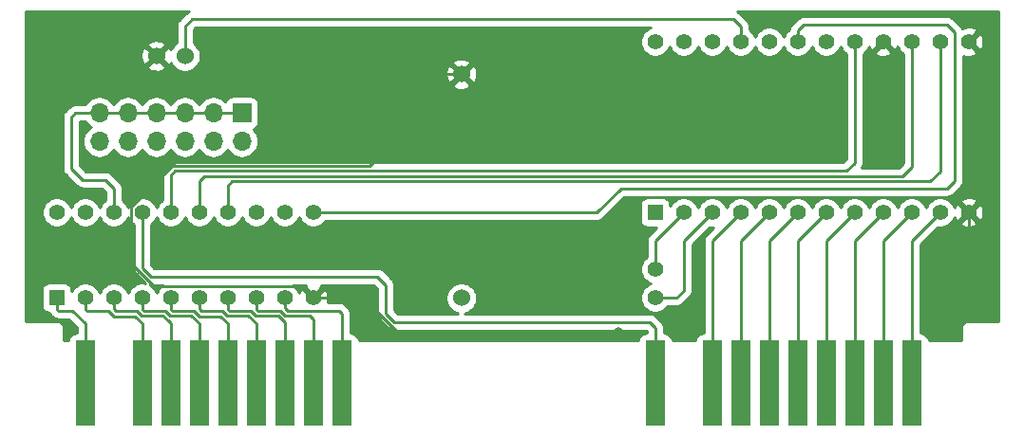
<source format=gtl>
G04 #@! TF.GenerationSoftware,KiCad,Pcbnew,(5.1.4)-1*
G04 #@! TF.CreationDate,2019-12-21T06:29:15+01:00*
G04 #@! TF.ProjectId,RTC8088,52544338-3038-4382-9e6b-696361645f70,rev?*
G04 #@! TF.SameCoordinates,Original*
G04 #@! TF.FileFunction,Copper,L1,Top*
G04 #@! TF.FilePolarity,Positive*
%FSLAX46Y46*%
G04 Gerber Fmt 4.6, Leading zero omitted, Abs format (unit mm)*
G04 Created by KiCad (PCBNEW (5.1.4)-1) date 2019-12-21 06:29:15*
%MOMM*%
%LPD*%
G04 APERTURE LIST*
%ADD10R,1.397000X1.397000*%
%ADD11C,1.397000*%
%ADD12R,1.778000X7.620000*%
%ADD13C,1.524000*%
%ADD14R,1.700000X1.700000*%
%ADD15O,1.700000X1.700000*%
%ADD16C,0.800000*%
%ADD17C,0.250000*%
%ADD18C,0.254000*%
G04 APERTURE END LIST*
D10*
X105410000Y-95250000D03*
D11*
X107950000Y-95250000D03*
X110490000Y-95250000D03*
X113030000Y-95250000D03*
X115570000Y-95250000D03*
X118110000Y-95250000D03*
X120650000Y-95250000D03*
X123190000Y-95250000D03*
X125730000Y-95250000D03*
X128270000Y-95250000D03*
X128270000Y-87630000D03*
X125730000Y-87630000D03*
X123190000Y-87630000D03*
X120650000Y-87630000D03*
X118110000Y-87630000D03*
X115570000Y-87630000D03*
X113030000Y-87630000D03*
X110490000Y-87630000D03*
X107950000Y-87630000D03*
X105410000Y-87630000D03*
D12*
X181610000Y-102870000D03*
X179070000Y-102870000D03*
X176530000Y-102870000D03*
X173990000Y-102870000D03*
X171450000Y-102870000D03*
X168910000Y-102870000D03*
X166370000Y-102870000D03*
X163830000Y-102870000D03*
X158750000Y-102870000D03*
X130810000Y-102870000D03*
X128270000Y-102870000D03*
X125730000Y-102870000D03*
X123190000Y-102870000D03*
X120650000Y-102870000D03*
X118110000Y-102870000D03*
X115570000Y-102870000D03*
X113030000Y-102870000D03*
X107950000Y-102870000D03*
D13*
X141484806Y-75280520D03*
X141484806Y-95280480D03*
X116840000Y-73660000D03*
X114300000Y-73660000D03*
D10*
X158750000Y-87630000D03*
D11*
X161290000Y-87630000D03*
X163830000Y-87630000D03*
X166370000Y-87630000D03*
X168910000Y-87630000D03*
X171450000Y-87630000D03*
X173990000Y-87630000D03*
X176530000Y-87630000D03*
X179070000Y-87630000D03*
X181610000Y-87630000D03*
X184150000Y-87630000D03*
X186690000Y-87630000D03*
X186690000Y-72390000D03*
X184150000Y-72390000D03*
X181610000Y-72390000D03*
X179070000Y-72390000D03*
X176530000Y-72390000D03*
X173990000Y-72390000D03*
X171450000Y-72390000D03*
X168910000Y-72390000D03*
X166370000Y-72390000D03*
X163830000Y-72390000D03*
X161290000Y-72390000D03*
X158750000Y-72390000D03*
X158750000Y-95250000D03*
X158750000Y-92710000D03*
D14*
X121920000Y-78740000D03*
D15*
X121920000Y-81280000D03*
X119380000Y-78740000D03*
X119380000Y-81280000D03*
X116840000Y-78740000D03*
X116840000Y-81280000D03*
X114300000Y-78740000D03*
X114300000Y-81280000D03*
X111760000Y-78740000D03*
X111760000Y-81280000D03*
X109220000Y-78740000D03*
X109220000Y-81280000D03*
D16*
X187452000Y-94869000D03*
X155448000Y-98298000D03*
X106680000Y-92202000D03*
D17*
X127571501Y-94551501D02*
X128270000Y-95250000D01*
X127246499Y-94226499D02*
X127571501Y-94551501D01*
X114037089Y-94226499D02*
X127246499Y-94226499D01*
X112006499Y-87138719D02*
X112006499Y-92195909D01*
X133279355Y-83485971D02*
X115659247Y-83485971D01*
X112006499Y-92195909D02*
X114037089Y-94226499D01*
X115659247Y-83485971D02*
X112006499Y-87138719D01*
X141484806Y-75280520D02*
X133279355Y-83485971D01*
X115920520Y-75280520D02*
X114300000Y-73660000D01*
X141484806Y-75280520D02*
X115920520Y-75280520D01*
X107251776Y-92195909D02*
X112006499Y-92195909D01*
X107245685Y-92202000D02*
X107251776Y-92195909D01*
X106680000Y-92202000D02*
X107245685Y-92202000D01*
X154882315Y-98298000D02*
X155448000Y-98298000D01*
X135761590Y-98298000D02*
X154882315Y-98298000D01*
X132713590Y-95250000D02*
X135761590Y-98298000D01*
X128270000Y-95250000D02*
X132713590Y-95250000D01*
X186690000Y-94107000D02*
X186690000Y-87630000D01*
X187452000Y-94869000D02*
X186690000Y-94107000D01*
X166370000Y-70993000D02*
X166370000Y-72390000D01*
X165735000Y-70358000D02*
X166370000Y-70993000D01*
X117475000Y-70358000D02*
X165735000Y-70358000D01*
X116840000Y-73533000D02*
X116840000Y-70993000D01*
X116840000Y-70993000D02*
X117475000Y-70358000D01*
X158750000Y-90170000D02*
X161290000Y-87630000D01*
X158750000Y-92710000D02*
X158750000Y-90170000D01*
X158750000Y-95250000D02*
X160655000Y-95250000D01*
X160655000Y-95250000D02*
X161290000Y-94615000D01*
X161290000Y-90170000D02*
X163830000Y-87630000D01*
X161290000Y-94615000D02*
X161290000Y-90170000D01*
X181610000Y-90170000D02*
X184150000Y-87630000D01*
X181610000Y-102870000D02*
X181610000Y-90170000D01*
X179070000Y-102870000D02*
X179070000Y-98810000D01*
X179070000Y-90170000D02*
X181610000Y-87630000D01*
X179070000Y-102870000D02*
X179070000Y-90170000D01*
X176530000Y-90170000D02*
X179070000Y-87630000D01*
X176530000Y-102870000D02*
X176530000Y-90170000D01*
X173990000Y-90170000D02*
X176530000Y-87630000D01*
X173990000Y-102870000D02*
X173990000Y-90170000D01*
X171450000Y-90170000D02*
X173990000Y-87630000D01*
X171450000Y-102870000D02*
X171450000Y-90170000D01*
X168910000Y-90170000D02*
X171450000Y-87630000D01*
X168910000Y-102870000D02*
X168910000Y-90170000D01*
X166370000Y-90170000D02*
X168910000Y-87630000D01*
X166370000Y-102870000D02*
X166370000Y-90170000D01*
X163830000Y-90170000D02*
X166370000Y-87630000D01*
X163830000Y-102870000D02*
X163830000Y-90170000D01*
X113030000Y-92583000D02*
X113030000Y-87630000D01*
X133985000Y-93345000D02*
X113792000Y-93345000D01*
X158750000Y-97917000D02*
X158242000Y-97409000D01*
X158750000Y-102870000D02*
X158750000Y-97917000D01*
X158242000Y-97409000D02*
X135509000Y-97409000D01*
X135509000Y-97409000D02*
X134747000Y-96647000D01*
X113792000Y-93345000D02*
X113030000Y-92583000D01*
X134747000Y-96647000D02*
X134747000Y-94107000D01*
X134747000Y-94107000D02*
X133985000Y-93345000D01*
X130810000Y-102870000D02*
X130810000Y-96647000D01*
X130810000Y-96647000D02*
X130556000Y-96393000D01*
X125730000Y-95250000D02*
X125730000Y-96139000D01*
X125730000Y-96139000D02*
X125984000Y-96393000D01*
X125984000Y-96393000D02*
X130556000Y-96393000D01*
X128270000Y-102870000D02*
X128270000Y-97155000D01*
X123190000Y-96237828D02*
X123190000Y-95250000D01*
X128270000Y-97155000D02*
X127958010Y-96843010D01*
X127958010Y-96843010D02*
X125797599Y-96843009D01*
X125797599Y-96843009D02*
X125347590Y-96393000D01*
X125347590Y-96393000D02*
X123345172Y-96393000D01*
X123345172Y-96393000D02*
X123190000Y-96237828D01*
X120650000Y-96266000D02*
X120650000Y-95250000D01*
X120777000Y-96393000D02*
X120650000Y-96266000D01*
X122682000Y-96393000D02*
X120777000Y-96393000D01*
X125730000Y-97409000D02*
X125614019Y-97293019D01*
X125730000Y-102870000D02*
X125730000Y-97409000D01*
X125614019Y-97293019D02*
X125611198Y-97293018D01*
X125611198Y-97293018D02*
X125161190Y-96843010D01*
X125161190Y-96843010D02*
X123132010Y-96843010D01*
X123132010Y-96843010D02*
X122682000Y-96393000D01*
X123190000Y-97537410D02*
X122495600Y-96843010D01*
X123190000Y-102870000D02*
X123190000Y-97537410D01*
X122495600Y-96843010D02*
X120590599Y-96843009D01*
X120590599Y-96843009D02*
X120199991Y-96452401D01*
X118110000Y-96266000D02*
X118110000Y-95250000D01*
X120199991Y-96452401D02*
X118296401Y-96452401D01*
X118296401Y-96452401D02*
X118110000Y-96266000D01*
X120650000Y-97663000D02*
X120650000Y-102870000D01*
X120650000Y-97538820D02*
X120650000Y-97663000D01*
X115570000Y-95250000D02*
X115570000Y-96266000D01*
X115570000Y-96266000D02*
X115697000Y-96393000D01*
X115697000Y-96393000D02*
X117600590Y-96393000D01*
X117600590Y-96393000D02*
X118110001Y-96902411D01*
X118110001Y-96902411D02*
X120013591Y-96902411D01*
X120013591Y-96902411D02*
X120650000Y-97538820D01*
X113030000Y-96266000D02*
X113030000Y-95250000D01*
X118110000Y-102870000D02*
X118110000Y-97538820D01*
X117414190Y-96843010D02*
X115510599Y-96843009D01*
X115510599Y-96843009D02*
X115062000Y-96394410D01*
X118110000Y-97538820D02*
X117414190Y-96843010D01*
X115062000Y-96394410D02*
X113158410Y-96394410D01*
X113158410Y-96394410D02*
X113030000Y-96266000D01*
X115570000Y-97538818D02*
X115324198Y-97293018D01*
X115570000Y-102870000D02*
X115570000Y-97538818D01*
X112972009Y-96844419D02*
X112579991Y-96452401D01*
X115324198Y-97293018D02*
X114875600Y-96844420D01*
X114875600Y-96844420D02*
X112972009Y-96844419D01*
X112579991Y-96452401D02*
X110676401Y-96452401D01*
X110490000Y-96266000D02*
X110490000Y-95250000D01*
X110676401Y-96452401D02*
X110490000Y-96266000D01*
X113030000Y-102870000D02*
X113030000Y-97538818D01*
X113030000Y-97538818D02*
X112393593Y-96902411D01*
X112393593Y-96902411D02*
X110490000Y-96902410D01*
X107950000Y-96237828D02*
X107950000Y-95250000D01*
X109980590Y-96393000D02*
X108105172Y-96393000D01*
X110490000Y-96902410D02*
X109980590Y-96393000D01*
X108105172Y-96393000D02*
X107950000Y-96237828D01*
X105410000Y-96266000D02*
X105410000Y-95250000D01*
X105537000Y-96393000D02*
X105410000Y-96266000D01*
X106807000Y-96393000D02*
X105537000Y-96393000D01*
X107950000Y-102870000D02*
X107950000Y-97536000D01*
X107950000Y-97536000D02*
X106807000Y-96393000D01*
X121920000Y-78740000D02*
X119380000Y-78740000D01*
X118177919Y-78740000D02*
X116840000Y-78740000D01*
X119380000Y-78740000D02*
X118177919Y-78740000D01*
X115637919Y-78740000D02*
X114300000Y-78740000D01*
X116840000Y-78740000D02*
X115637919Y-78740000D01*
X113097919Y-78740000D02*
X111760000Y-78740000D01*
X114300000Y-78740000D02*
X113097919Y-78740000D01*
X111760000Y-78740000D02*
X109220000Y-78740000D01*
X110490000Y-87630000D02*
X110490000Y-85471000D01*
X110490000Y-85471000D02*
X109728000Y-84709000D01*
X109728000Y-84709000D02*
X107696000Y-84709000D01*
X107696000Y-84709000D02*
X106680000Y-83693000D01*
X106680000Y-83693000D02*
X106680000Y-79121000D01*
X107061000Y-78740000D02*
X109220000Y-78740000D01*
X106680000Y-79121000D02*
X107061000Y-78740000D01*
X184150000Y-83947000D02*
X184150000Y-72390000D01*
X183261000Y-84836000D02*
X184150000Y-83947000D01*
X121031000Y-84836000D02*
X183261000Y-84836000D01*
X120650000Y-87630000D02*
X120650000Y-85217000D01*
X120650000Y-85217000D02*
X121031000Y-84836000D01*
X181610000Y-83566000D02*
X181610000Y-72390000D01*
X180790010Y-84385990D02*
X181610000Y-83566000D01*
X118560010Y-84385990D02*
X180790010Y-84385990D01*
X118110000Y-87630000D02*
X118110000Y-84836000D01*
X118110000Y-84836000D02*
X118560010Y-84385990D01*
X176530000Y-83185000D02*
X176530000Y-72390000D01*
X175779020Y-83935980D02*
X176530000Y-83185000D01*
X115962020Y-83935980D02*
X175779020Y-83935980D01*
X115570000Y-87630000D02*
X115570000Y-84328000D01*
X115570000Y-84328000D02*
X115962020Y-83935980D01*
X171450000Y-71374000D02*
X171450000Y-72390000D01*
X171958000Y-70866000D02*
X171450000Y-71374000D01*
X184785000Y-70866000D02*
X171958000Y-70866000D01*
X153543000Y-87630000D02*
X155702000Y-85471000D01*
X128270000Y-87630000D02*
X153543000Y-87630000D01*
X155702000Y-85471000D02*
X184785000Y-85471000D01*
X184785000Y-85471000D02*
X185420000Y-84836000D01*
X185420000Y-84836000D02*
X185420000Y-71501000D01*
X185420000Y-71501000D02*
X184785000Y-70866000D01*
D18*
G36*
X117050724Y-69723026D02*
G01*
X116934999Y-69817999D01*
X116911200Y-69846998D01*
X116328998Y-70429201D01*
X116300000Y-70452999D01*
X116276202Y-70481997D01*
X116276201Y-70481998D01*
X116205026Y-70568724D01*
X116134454Y-70700754D01*
X116109726Y-70782276D01*
X116090998Y-70844014D01*
X116088830Y-70866026D01*
X116076324Y-70993000D01*
X116080001Y-71030332D01*
X116080000Y-72487659D01*
X115949465Y-72574880D01*
X115754880Y-72769465D01*
X115601995Y-72998273D01*
X115572308Y-73069943D01*
X115567636Y-73056977D01*
X115505656Y-72941020D01*
X115265565Y-72874040D01*
X114479605Y-73660000D01*
X115265565Y-74445960D01*
X115505656Y-74378980D01*
X115569485Y-74243240D01*
X115601995Y-74321727D01*
X115754880Y-74550535D01*
X115949465Y-74745120D01*
X116178273Y-74898005D01*
X116432510Y-75003314D01*
X116702408Y-75057000D01*
X116977592Y-75057000D01*
X117247490Y-75003314D01*
X117501727Y-74898005D01*
X117730535Y-74745120D01*
X117925120Y-74550535D01*
X118078005Y-74321727D01*
X118080810Y-74314955D01*
X140698846Y-74314955D01*
X141484806Y-75100915D01*
X142270766Y-74314955D01*
X142203786Y-74074864D01*
X141954758Y-73957764D01*
X141687671Y-73891497D01*
X141412789Y-73878610D01*
X141140673Y-73919598D01*
X140881783Y-74012884D01*
X140765826Y-74074864D01*
X140698846Y-74314955D01*
X118080810Y-74314955D01*
X118183314Y-74067490D01*
X118237000Y-73797592D01*
X118237000Y-73522408D01*
X118183314Y-73252510D01*
X118078005Y-72998273D01*
X117925120Y-72769465D01*
X117730535Y-72574880D01*
X117600000Y-72487659D01*
X117600000Y-71307801D01*
X117789802Y-71118000D01*
X158336277Y-71118000D01*
X158118351Y-71208268D01*
X157899943Y-71354203D01*
X157714203Y-71539943D01*
X157568268Y-71758351D01*
X157467746Y-72001032D01*
X157416500Y-72258662D01*
X157416500Y-72521338D01*
X157467746Y-72778968D01*
X157568268Y-73021649D01*
X157714203Y-73240057D01*
X157899943Y-73425797D01*
X158118351Y-73571732D01*
X158361032Y-73672254D01*
X158618662Y-73723500D01*
X158881338Y-73723500D01*
X159138968Y-73672254D01*
X159381649Y-73571732D01*
X159600057Y-73425797D01*
X159785797Y-73240057D01*
X159931732Y-73021649D01*
X160020000Y-72808552D01*
X160108268Y-73021649D01*
X160254203Y-73240057D01*
X160439943Y-73425797D01*
X160658351Y-73571732D01*
X160901032Y-73672254D01*
X161158662Y-73723500D01*
X161421338Y-73723500D01*
X161678968Y-73672254D01*
X161921649Y-73571732D01*
X162140057Y-73425797D01*
X162325797Y-73240057D01*
X162471732Y-73021649D01*
X162560000Y-72808552D01*
X162648268Y-73021649D01*
X162794203Y-73240057D01*
X162979943Y-73425797D01*
X163198351Y-73571732D01*
X163441032Y-73672254D01*
X163698662Y-73723500D01*
X163961338Y-73723500D01*
X164218968Y-73672254D01*
X164461649Y-73571732D01*
X164680057Y-73425797D01*
X164865797Y-73240057D01*
X165011732Y-73021649D01*
X165100000Y-72808552D01*
X165188268Y-73021649D01*
X165334203Y-73240057D01*
X165519943Y-73425797D01*
X165738351Y-73571732D01*
X165981032Y-73672254D01*
X166238662Y-73723500D01*
X166501338Y-73723500D01*
X166758968Y-73672254D01*
X167001649Y-73571732D01*
X167220057Y-73425797D01*
X167405797Y-73240057D01*
X167551732Y-73021649D01*
X167640000Y-72808552D01*
X167728268Y-73021649D01*
X167874203Y-73240057D01*
X168059943Y-73425797D01*
X168278351Y-73571732D01*
X168521032Y-73672254D01*
X168778662Y-73723500D01*
X169041338Y-73723500D01*
X169298968Y-73672254D01*
X169541649Y-73571732D01*
X169760057Y-73425797D01*
X169945797Y-73240057D01*
X170091732Y-73021649D01*
X170180000Y-72808552D01*
X170268268Y-73021649D01*
X170414203Y-73240057D01*
X170599943Y-73425797D01*
X170818351Y-73571732D01*
X171061032Y-73672254D01*
X171318662Y-73723500D01*
X171581338Y-73723500D01*
X171838968Y-73672254D01*
X172081649Y-73571732D01*
X172300057Y-73425797D01*
X172485797Y-73240057D01*
X172631732Y-73021649D01*
X172720000Y-72808552D01*
X172808268Y-73021649D01*
X172954203Y-73240057D01*
X173139943Y-73425797D01*
X173358351Y-73571732D01*
X173601032Y-73672254D01*
X173858662Y-73723500D01*
X174121338Y-73723500D01*
X174378968Y-73672254D01*
X174621649Y-73571732D01*
X174840057Y-73425797D01*
X175025797Y-73240057D01*
X175171732Y-73021649D01*
X175260000Y-72808552D01*
X175348268Y-73021649D01*
X175494203Y-73240057D01*
X175679943Y-73425797D01*
X175770001Y-73485972D01*
X175770000Y-82870198D01*
X175464219Y-83175980D01*
X115999342Y-83175980D01*
X115962019Y-83172304D01*
X115924697Y-83175980D01*
X115924687Y-83175980D01*
X115813034Y-83186977D01*
X115669773Y-83230434D01*
X115537744Y-83301006D01*
X115422019Y-83395979D01*
X115398216Y-83424983D01*
X115058998Y-83764201D01*
X115030000Y-83787999D01*
X115006202Y-83816997D01*
X115006201Y-83816998D01*
X114935026Y-83903724D01*
X114864454Y-84035754D01*
X114848910Y-84086998D01*
X114820998Y-84179014D01*
X114811884Y-84271546D01*
X114806324Y-84328000D01*
X114810001Y-84365332D01*
X114810000Y-86534029D01*
X114719943Y-86594203D01*
X114534203Y-86779943D01*
X114388268Y-86998351D01*
X114300000Y-87211448D01*
X114211732Y-86998351D01*
X114065797Y-86779943D01*
X113880057Y-86594203D01*
X113661649Y-86448268D01*
X113418968Y-86347746D01*
X113161338Y-86296500D01*
X112898662Y-86296500D01*
X112641032Y-86347746D01*
X112398351Y-86448268D01*
X112179943Y-86594203D01*
X111994203Y-86779943D01*
X111848268Y-86998351D01*
X111760000Y-87211448D01*
X111671732Y-86998351D01*
X111525797Y-86779943D01*
X111340057Y-86594203D01*
X111250000Y-86534029D01*
X111250000Y-85508325D01*
X111253676Y-85471000D01*
X111250000Y-85433675D01*
X111250000Y-85433667D01*
X111239003Y-85322014D01*
X111195546Y-85178753D01*
X111124974Y-85046724D01*
X111030001Y-84930999D01*
X111001002Y-84907201D01*
X110291803Y-84198002D01*
X110268001Y-84168999D01*
X110152276Y-84074026D01*
X110020247Y-84003454D01*
X109876986Y-83959997D01*
X109765333Y-83949000D01*
X109765322Y-83949000D01*
X109728000Y-83945324D01*
X109690678Y-83949000D01*
X108010802Y-83949000D01*
X107440000Y-83378199D01*
X107440000Y-79500000D01*
X107942405Y-79500000D01*
X107979294Y-79569014D01*
X108164866Y-79795134D01*
X108390986Y-79980706D01*
X108445791Y-80010000D01*
X108390986Y-80039294D01*
X108164866Y-80224866D01*
X107979294Y-80450986D01*
X107841401Y-80708966D01*
X107756487Y-80988889D01*
X107727815Y-81280000D01*
X107756487Y-81571111D01*
X107841401Y-81851034D01*
X107979294Y-82109014D01*
X108164866Y-82335134D01*
X108390986Y-82520706D01*
X108648966Y-82658599D01*
X108928889Y-82743513D01*
X109147050Y-82765000D01*
X109292950Y-82765000D01*
X109511111Y-82743513D01*
X109791034Y-82658599D01*
X110049014Y-82520706D01*
X110275134Y-82335134D01*
X110460706Y-82109014D01*
X110490000Y-82054209D01*
X110519294Y-82109014D01*
X110704866Y-82335134D01*
X110930986Y-82520706D01*
X111188966Y-82658599D01*
X111468889Y-82743513D01*
X111687050Y-82765000D01*
X111832950Y-82765000D01*
X112051111Y-82743513D01*
X112331034Y-82658599D01*
X112589014Y-82520706D01*
X112815134Y-82335134D01*
X113000706Y-82109014D01*
X113030000Y-82054209D01*
X113059294Y-82109014D01*
X113244866Y-82335134D01*
X113470986Y-82520706D01*
X113728966Y-82658599D01*
X114008889Y-82743513D01*
X114227050Y-82765000D01*
X114372950Y-82765000D01*
X114591111Y-82743513D01*
X114871034Y-82658599D01*
X115129014Y-82520706D01*
X115355134Y-82335134D01*
X115540706Y-82109014D01*
X115570000Y-82054209D01*
X115599294Y-82109014D01*
X115784866Y-82335134D01*
X116010986Y-82520706D01*
X116268966Y-82658599D01*
X116548889Y-82743513D01*
X116767050Y-82765000D01*
X116912950Y-82765000D01*
X117131111Y-82743513D01*
X117411034Y-82658599D01*
X117669014Y-82520706D01*
X117895134Y-82335134D01*
X118080706Y-82109014D01*
X118110000Y-82054209D01*
X118139294Y-82109014D01*
X118324866Y-82335134D01*
X118550986Y-82520706D01*
X118808966Y-82658599D01*
X119088889Y-82743513D01*
X119307050Y-82765000D01*
X119452950Y-82765000D01*
X119671111Y-82743513D01*
X119951034Y-82658599D01*
X120209014Y-82520706D01*
X120435134Y-82335134D01*
X120620706Y-82109014D01*
X120650000Y-82054209D01*
X120679294Y-82109014D01*
X120864866Y-82335134D01*
X121090986Y-82520706D01*
X121348966Y-82658599D01*
X121628889Y-82743513D01*
X121847050Y-82765000D01*
X121992950Y-82765000D01*
X122211111Y-82743513D01*
X122491034Y-82658599D01*
X122749014Y-82520706D01*
X122975134Y-82335134D01*
X123160706Y-82109014D01*
X123298599Y-81851034D01*
X123383513Y-81571111D01*
X123412185Y-81280000D01*
X123383513Y-80988889D01*
X123298599Y-80708966D01*
X123160706Y-80450986D01*
X122975134Y-80224866D01*
X122945313Y-80200393D01*
X123014180Y-80179502D01*
X123124494Y-80120537D01*
X123221185Y-80041185D01*
X123300537Y-79944494D01*
X123359502Y-79834180D01*
X123395812Y-79714482D01*
X123408072Y-79590000D01*
X123408072Y-77890000D01*
X123395812Y-77765518D01*
X123359502Y-77645820D01*
X123300537Y-77535506D01*
X123221185Y-77438815D01*
X123124494Y-77359463D01*
X123014180Y-77300498D01*
X122894482Y-77264188D01*
X122770000Y-77251928D01*
X121070000Y-77251928D01*
X120945518Y-77264188D01*
X120825820Y-77300498D01*
X120715506Y-77359463D01*
X120618815Y-77438815D01*
X120539463Y-77535506D01*
X120480498Y-77645820D01*
X120459607Y-77714687D01*
X120435134Y-77684866D01*
X120209014Y-77499294D01*
X119951034Y-77361401D01*
X119671111Y-77276487D01*
X119452950Y-77255000D01*
X119307050Y-77255000D01*
X119088889Y-77276487D01*
X118808966Y-77361401D01*
X118550986Y-77499294D01*
X118324866Y-77684866D01*
X118139294Y-77910986D01*
X118110000Y-77965791D01*
X118080706Y-77910986D01*
X117895134Y-77684866D01*
X117669014Y-77499294D01*
X117411034Y-77361401D01*
X117131111Y-77276487D01*
X116912950Y-77255000D01*
X116767050Y-77255000D01*
X116548889Y-77276487D01*
X116268966Y-77361401D01*
X116010986Y-77499294D01*
X115784866Y-77684866D01*
X115599294Y-77910986D01*
X115570000Y-77965791D01*
X115540706Y-77910986D01*
X115355134Y-77684866D01*
X115129014Y-77499294D01*
X114871034Y-77361401D01*
X114591111Y-77276487D01*
X114372950Y-77255000D01*
X114227050Y-77255000D01*
X114008889Y-77276487D01*
X113728966Y-77361401D01*
X113470986Y-77499294D01*
X113244866Y-77684866D01*
X113059294Y-77910986D01*
X113030000Y-77965791D01*
X113000706Y-77910986D01*
X112815134Y-77684866D01*
X112589014Y-77499294D01*
X112331034Y-77361401D01*
X112051111Y-77276487D01*
X111832950Y-77255000D01*
X111687050Y-77255000D01*
X111468889Y-77276487D01*
X111188966Y-77361401D01*
X110930986Y-77499294D01*
X110704866Y-77684866D01*
X110519294Y-77910986D01*
X110490000Y-77965791D01*
X110460706Y-77910986D01*
X110275134Y-77684866D01*
X110049014Y-77499294D01*
X109791034Y-77361401D01*
X109511111Y-77276487D01*
X109292950Y-77255000D01*
X109147050Y-77255000D01*
X108928889Y-77276487D01*
X108648966Y-77361401D01*
X108390986Y-77499294D01*
X108164866Y-77684866D01*
X107979294Y-77910986D01*
X107942405Y-77980000D01*
X107098322Y-77980000D01*
X107060999Y-77976324D01*
X107023676Y-77980000D01*
X107023667Y-77980000D01*
X106912014Y-77990997D01*
X106768753Y-78034454D01*
X106636724Y-78105026D01*
X106520999Y-78199999D01*
X106497196Y-78229003D01*
X106168998Y-78557201D01*
X106140000Y-78580999D01*
X106116202Y-78609997D01*
X106116201Y-78609998D01*
X106045026Y-78696724D01*
X105974454Y-78828754D01*
X105944180Y-78928558D01*
X105930998Y-78972014D01*
X105920001Y-79083667D01*
X105916324Y-79121000D01*
X105920001Y-79158332D01*
X105920000Y-83655677D01*
X105916324Y-83693000D01*
X105920000Y-83730322D01*
X105920000Y-83730332D01*
X105930997Y-83841985D01*
X105963361Y-83948677D01*
X105974454Y-83985246D01*
X106045026Y-84117276D01*
X106055842Y-84130455D01*
X106139999Y-84233001D01*
X106169002Y-84256804D01*
X107132200Y-85220002D01*
X107155999Y-85249001D01*
X107184997Y-85272799D01*
X107271723Y-85343974D01*
X107403753Y-85414546D01*
X107547014Y-85458003D01*
X107658667Y-85469000D01*
X107658677Y-85469000D01*
X107696000Y-85472676D01*
X107733322Y-85469000D01*
X109413199Y-85469000D01*
X109730001Y-85785803D01*
X109730001Y-86534029D01*
X109639943Y-86594203D01*
X109454203Y-86779943D01*
X109308268Y-86998351D01*
X109220000Y-87211448D01*
X109131732Y-86998351D01*
X108985797Y-86779943D01*
X108800057Y-86594203D01*
X108581649Y-86448268D01*
X108338968Y-86347746D01*
X108081338Y-86296500D01*
X107818662Y-86296500D01*
X107561032Y-86347746D01*
X107318351Y-86448268D01*
X107099943Y-86594203D01*
X106914203Y-86779943D01*
X106768268Y-86998351D01*
X106680000Y-87211448D01*
X106591732Y-86998351D01*
X106445797Y-86779943D01*
X106260057Y-86594203D01*
X106041649Y-86448268D01*
X105798968Y-86347746D01*
X105541338Y-86296500D01*
X105278662Y-86296500D01*
X105021032Y-86347746D01*
X104778351Y-86448268D01*
X104559943Y-86594203D01*
X104374203Y-86779943D01*
X104228268Y-86998351D01*
X104127746Y-87241032D01*
X104076500Y-87498662D01*
X104076500Y-87761338D01*
X104127746Y-88018968D01*
X104228268Y-88261649D01*
X104374203Y-88480057D01*
X104559943Y-88665797D01*
X104778351Y-88811732D01*
X105021032Y-88912254D01*
X105278662Y-88963500D01*
X105541338Y-88963500D01*
X105798968Y-88912254D01*
X106041649Y-88811732D01*
X106260057Y-88665797D01*
X106445797Y-88480057D01*
X106591732Y-88261649D01*
X106680000Y-88048552D01*
X106768268Y-88261649D01*
X106914203Y-88480057D01*
X107099943Y-88665797D01*
X107318351Y-88811732D01*
X107561032Y-88912254D01*
X107818662Y-88963500D01*
X108081338Y-88963500D01*
X108338968Y-88912254D01*
X108581649Y-88811732D01*
X108800057Y-88665797D01*
X108985797Y-88480057D01*
X109131732Y-88261649D01*
X109220000Y-88048552D01*
X109308268Y-88261649D01*
X109454203Y-88480057D01*
X109639943Y-88665797D01*
X109858351Y-88811732D01*
X110101032Y-88912254D01*
X110358662Y-88963500D01*
X110621338Y-88963500D01*
X110878968Y-88912254D01*
X111121649Y-88811732D01*
X111340057Y-88665797D01*
X111525797Y-88480057D01*
X111671732Y-88261649D01*
X111760000Y-88048552D01*
X111848268Y-88261649D01*
X111994203Y-88480057D01*
X112179943Y-88665797D01*
X112270001Y-88725971D01*
X112270000Y-92545677D01*
X112266324Y-92583000D01*
X112270000Y-92620322D01*
X112270000Y-92620332D01*
X112280997Y-92731985D01*
X112319521Y-92858985D01*
X112324454Y-92875246D01*
X112395026Y-93007276D01*
X112432348Y-93052753D01*
X112489999Y-93123001D01*
X112519002Y-93146803D01*
X113228201Y-93856002D01*
X113251999Y-93885001D01*
X113331664Y-93950380D01*
X113161338Y-93916500D01*
X112898662Y-93916500D01*
X112641032Y-93967746D01*
X112398351Y-94068268D01*
X112179943Y-94214203D01*
X111994203Y-94399943D01*
X111848268Y-94618351D01*
X111760000Y-94831448D01*
X111671732Y-94618351D01*
X111525797Y-94399943D01*
X111340057Y-94214203D01*
X111121649Y-94068268D01*
X110878968Y-93967746D01*
X110621338Y-93916500D01*
X110358662Y-93916500D01*
X110101032Y-93967746D01*
X109858351Y-94068268D01*
X109639943Y-94214203D01*
X109454203Y-94399943D01*
X109308268Y-94618351D01*
X109220000Y-94831448D01*
X109131732Y-94618351D01*
X108985797Y-94399943D01*
X108800057Y-94214203D01*
X108581649Y-94068268D01*
X108338968Y-93967746D01*
X108081338Y-93916500D01*
X107818662Y-93916500D01*
X107561032Y-93967746D01*
X107318351Y-94068268D01*
X107099943Y-94214203D01*
X106914203Y-94399943D01*
X106768268Y-94618351D01*
X106746572Y-94670730D01*
X106746572Y-94551500D01*
X106734312Y-94427018D01*
X106698002Y-94307320D01*
X106639037Y-94197006D01*
X106559685Y-94100315D01*
X106462994Y-94020963D01*
X106352680Y-93961998D01*
X106232982Y-93925688D01*
X106108500Y-93913428D01*
X104711500Y-93913428D01*
X104587018Y-93925688D01*
X104467320Y-93961998D01*
X104357006Y-94020963D01*
X104260315Y-94100315D01*
X104180963Y-94197006D01*
X104121998Y-94307320D01*
X104085688Y-94427018D01*
X104073428Y-94551500D01*
X104073428Y-95948500D01*
X104085688Y-96072982D01*
X104121998Y-96192680D01*
X104180963Y-96302994D01*
X104260315Y-96399685D01*
X104357006Y-96479037D01*
X104467320Y-96538002D01*
X104587018Y-96574312D01*
X104711500Y-96586572D01*
X104719595Y-96586572D01*
X104775026Y-96690276D01*
X104806987Y-96729220D01*
X104869999Y-96806001D01*
X104899003Y-96829804D01*
X104973196Y-96903997D01*
X104996999Y-96933001D01*
X105112724Y-97027974D01*
X105244753Y-97098546D01*
X105388014Y-97142003D01*
X105499667Y-97153000D01*
X105499677Y-97153000D01*
X105536999Y-97156676D01*
X105574322Y-97153000D01*
X106492199Y-97153000D01*
X107190001Y-97850803D01*
X107190001Y-98421928D01*
X107061000Y-98421928D01*
X106936518Y-98434188D01*
X106816820Y-98470498D01*
X106706506Y-98529463D01*
X106609815Y-98608815D01*
X106530463Y-98705506D01*
X106471498Y-98815820D01*
X106435188Y-98935518D01*
X106422928Y-99060000D01*
X106070000Y-99060000D01*
X106070000Y-98032419D01*
X106073193Y-98000000D01*
X106060450Y-97870617D01*
X106022710Y-97746207D01*
X105961425Y-97631550D01*
X105878948Y-97531052D01*
X105778450Y-97448575D01*
X105663793Y-97387290D01*
X105539383Y-97349550D01*
X105442419Y-97340000D01*
X105410000Y-97336807D01*
X105377581Y-97340000D01*
X102660000Y-97340000D01*
X102660000Y-76246085D01*
X140698846Y-76246085D01*
X140765826Y-76486176D01*
X141014854Y-76603276D01*
X141281941Y-76669543D01*
X141556823Y-76682430D01*
X141828939Y-76641442D01*
X142087829Y-76548156D01*
X142203786Y-76486176D01*
X142270766Y-76246085D01*
X141484806Y-75460125D01*
X140698846Y-76246085D01*
X102660000Y-76246085D01*
X102660000Y-75352537D01*
X140082896Y-75352537D01*
X140123884Y-75624653D01*
X140217170Y-75883543D01*
X140279150Y-75999500D01*
X140519241Y-76066480D01*
X141305201Y-75280520D01*
X141664411Y-75280520D01*
X142450371Y-76066480D01*
X142690462Y-75999500D01*
X142807562Y-75750472D01*
X142873829Y-75483385D01*
X142886716Y-75208503D01*
X142845728Y-74936387D01*
X142752442Y-74677497D01*
X142690462Y-74561540D01*
X142450371Y-74494560D01*
X141664411Y-75280520D01*
X141305201Y-75280520D01*
X140519241Y-74494560D01*
X140279150Y-74561540D01*
X140162050Y-74810568D01*
X140095783Y-75077655D01*
X140082896Y-75352537D01*
X102660000Y-75352537D01*
X102660000Y-74625565D01*
X113514040Y-74625565D01*
X113581020Y-74865656D01*
X113830048Y-74982756D01*
X114097135Y-75049023D01*
X114372017Y-75061910D01*
X114644133Y-75020922D01*
X114903023Y-74927636D01*
X115018980Y-74865656D01*
X115085960Y-74625565D01*
X114300000Y-73839605D01*
X113514040Y-74625565D01*
X102660000Y-74625565D01*
X102660000Y-73732017D01*
X112898090Y-73732017D01*
X112939078Y-74004133D01*
X113032364Y-74263023D01*
X113094344Y-74378980D01*
X113334435Y-74445960D01*
X114120395Y-73660000D01*
X113334435Y-72874040D01*
X113094344Y-72941020D01*
X112977244Y-73190048D01*
X112910977Y-73457135D01*
X112898090Y-73732017D01*
X102660000Y-73732017D01*
X102660000Y-72694435D01*
X113514040Y-72694435D01*
X114300000Y-73480395D01*
X115085960Y-72694435D01*
X115018980Y-72454344D01*
X114769952Y-72337244D01*
X114502865Y-72270977D01*
X114227983Y-72258090D01*
X113955867Y-72299078D01*
X113696977Y-72392364D01*
X113581020Y-72454344D01*
X113514040Y-72694435D01*
X102660000Y-72694435D01*
X102660000Y-69660000D01*
X117168636Y-69660000D01*
X117050724Y-69723026D01*
X117050724Y-69723026D01*
G37*
X117050724Y-69723026D02*
X116934999Y-69817999D01*
X116911200Y-69846998D01*
X116328998Y-70429201D01*
X116300000Y-70452999D01*
X116276202Y-70481997D01*
X116276201Y-70481998D01*
X116205026Y-70568724D01*
X116134454Y-70700754D01*
X116109726Y-70782276D01*
X116090998Y-70844014D01*
X116088830Y-70866026D01*
X116076324Y-70993000D01*
X116080001Y-71030332D01*
X116080000Y-72487659D01*
X115949465Y-72574880D01*
X115754880Y-72769465D01*
X115601995Y-72998273D01*
X115572308Y-73069943D01*
X115567636Y-73056977D01*
X115505656Y-72941020D01*
X115265565Y-72874040D01*
X114479605Y-73660000D01*
X115265565Y-74445960D01*
X115505656Y-74378980D01*
X115569485Y-74243240D01*
X115601995Y-74321727D01*
X115754880Y-74550535D01*
X115949465Y-74745120D01*
X116178273Y-74898005D01*
X116432510Y-75003314D01*
X116702408Y-75057000D01*
X116977592Y-75057000D01*
X117247490Y-75003314D01*
X117501727Y-74898005D01*
X117730535Y-74745120D01*
X117925120Y-74550535D01*
X118078005Y-74321727D01*
X118080810Y-74314955D01*
X140698846Y-74314955D01*
X141484806Y-75100915D01*
X142270766Y-74314955D01*
X142203786Y-74074864D01*
X141954758Y-73957764D01*
X141687671Y-73891497D01*
X141412789Y-73878610D01*
X141140673Y-73919598D01*
X140881783Y-74012884D01*
X140765826Y-74074864D01*
X140698846Y-74314955D01*
X118080810Y-74314955D01*
X118183314Y-74067490D01*
X118237000Y-73797592D01*
X118237000Y-73522408D01*
X118183314Y-73252510D01*
X118078005Y-72998273D01*
X117925120Y-72769465D01*
X117730535Y-72574880D01*
X117600000Y-72487659D01*
X117600000Y-71307801D01*
X117789802Y-71118000D01*
X158336277Y-71118000D01*
X158118351Y-71208268D01*
X157899943Y-71354203D01*
X157714203Y-71539943D01*
X157568268Y-71758351D01*
X157467746Y-72001032D01*
X157416500Y-72258662D01*
X157416500Y-72521338D01*
X157467746Y-72778968D01*
X157568268Y-73021649D01*
X157714203Y-73240057D01*
X157899943Y-73425797D01*
X158118351Y-73571732D01*
X158361032Y-73672254D01*
X158618662Y-73723500D01*
X158881338Y-73723500D01*
X159138968Y-73672254D01*
X159381649Y-73571732D01*
X159600057Y-73425797D01*
X159785797Y-73240057D01*
X159931732Y-73021649D01*
X160020000Y-72808552D01*
X160108268Y-73021649D01*
X160254203Y-73240057D01*
X160439943Y-73425797D01*
X160658351Y-73571732D01*
X160901032Y-73672254D01*
X161158662Y-73723500D01*
X161421338Y-73723500D01*
X161678968Y-73672254D01*
X161921649Y-73571732D01*
X162140057Y-73425797D01*
X162325797Y-73240057D01*
X162471732Y-73021649D01*
X162560000Y-72808552D01*
X162648268Y-73021649D01*
X162794203Y-73240057D01*
X162979943Y-73425797D01*
X163198351Y-73571732D01*
X163441032Y-73672254D01*
X163698662Y-73723500D01*
X163961338Y-73723500D01*
X164218968Y-73672254D01*
X164461649Y-73571732D01*
X164680057Y-73425797D01*
X164865797Y-73240057D01*
X165011732Y-73021649D01*
X165100000Y-72808552D01*
X165188268Y-73021649D01*
X165334203Y-73240057D01*
X165519943Y-73425797D01*
X165738351Y-73571732D01*
X165981032Y-73672254D01*
X166238662Y-73723500D01*
X166501338Y-73723500D01*
X166758968Y-73672254D01*
X167001649Y-73571732D01*
X167220057Y-73425797D01*
X167405797Y-73240057D01*
X167551732Y-73021649D01*
X167640000Y-72808552D01*
X167728268Y-73021649D01*
X167874203Y-73240057D01*
X168059943Y-73425797D01*
X168278351Y-73571732D01*
X168521032Y-73672254D01*
X168778662Y-73723500D01*
X169041338Y-73723500D01*
X169298968Y-73672254D01*
X169541649Y-73571732D01*
X169760057Y-73425797D01*
X169945797Y-73240057D01*
X170091732Y-73021649D01*
X170180000Y-72808552D01*
X170268268Y-73021649D01*
X170414203Y-73240057D01*
X170599943Y-73425797D01*
X170818351Y-73571732D01*
X171061032Y-73672254D01*
X171318662Y-73723500D01*
X171581338Y-73723500D01*
X171838968Y-73672254D01*
X172081649Y-73571732D01*
X172300057Y-73425797D01*
X172485797Y-73240057D01*
X172631732Y-73021649D01*
X172720000Y-72808552D01*
X172808268Y-73021649D01*
X172954203Y-73240057D01*
X173139943Y-73425797D01*
X173358351Y-73571732D01*
X173601032Y-73672254D01*
X173858662Y-73723500D01*
X174121338Y-73723500D01*
X174378968Y-73672254D01*
X174621649Y-73571732D01*
X174840057Y-73425797D01*
X175025797Y-73240057D01*
X175171732Y-73021649D01*
X175260000Y-72808552D01*
X175348268Y-73021649D01*
X175494203Y-73240057D01*
X175679943Y-73425797D01*
X175770001Y-73485972D01*
X175770000Y-82870198D01*
X175464219Y-83175980D01*
X115999342Y-83175980D01*
X115962019Y-83172304D01*
X115924697Y-83175980D01*
X115924687Y-83175980D01*
X115813034Y-83186977D01*
X115669773Y-83230434D01*
X115537744Y-83301006D01*
X115422019Y-83395979D01*
X115398216Y-83424983D01*
X115058998Y-83764201D01*
X115030000Y-83787999D01*
X115006202Y-83816997D01*
X115006201Y-83816998D01*
X114935026Y-83903724D01*
X114864454Y-84035754D01*
X114848910Y-84086998D01*
X114820998Y-84179014D01*
X114811884Y-84271546D01*
X114806324Y-84328000D01*
X114810001Y-84365332D01*
X114810000Y-86534029D01*
X114719943Y-86594203D01*
X114534203Y-86779943D01*
X114388268Y-86998351D01*
X114300000Y-87211448D01*
X114211732Y-86998351D01*
X114065797Y-86779943D01*
X113880057Y-86594203D01*
X113661649Y-86448268D01*
X113418968Y-86347746D01*
X113161338Y-86296500D01*
X112898662Y-86296500D01*
X112641032Y-86347746D01*
X112398351Y-86448268D01*
X112179943Y-86594203D01*
X111994203Y-86779943D01*
X111848268Y-86998351D01*
X111760000Y-87211448D01*
X111671732Y-86998351D01*
X111525797Y-86779943D01*
X111340057Y-86594203D01*
X111250000Y-86534029D01*
X111250000Y-85508325D01*
X111253676Y-85471000D01*
X111250000Y-85433675D01*
X111250000Y-85433667D01*
X111239003Y-85322014D01*
X111195546Y-85178753D01*
X111124974Y-85046724D01*
X111030001Y-84930999D01*
X111001002Y-84907201D01*
X110291803Y-84198002D01*
X110268001Y-84168999D01*
X110152276Y-84074026D01*
X110020247Y-84003454D01*
X109876986Y-83959997D01*
X109765333Y-83949000D01*
X109765322Y-83949000D01*
X109728000Y-83945324D01*
X109690678Y-83949000D01*
X108010802Y-83949000D01*
X107440000Y-83378199D01*
X107440000Y-79500000D01*
X107942405Y-79500000D01*
X107979294Y-79569014D01*
X108164866Y-79795134D01*
X108390986Y-79980706D01*
X108445791Y-80010000D01*
X108390986Y-80039294D01*
X108164866Y-80224866D01*
X107979294Y-80450986D01*
X107841401Y-80708966D01*
X107756487Y-80988889D01*
X107727815Y-81280000D01*
X107756487Y-81571111D01*
X107841401Y-81851034D01*
X107979294Y-82109014D01*
X108164866Y-82335134D01*
X108390986Y-82520706D01*
X108648966Y-82658599D01*
X108928889Y-82743513D01*
X109147050Y-82765000D01*
X109292950Y-82765000D01*
X109511111Y-82743513D01*
X109791034Y-82658599D01*
X110049014Y-82520706D01*
X110275134Y-82335134D01*
X110460706Y-82109014D01*
X110490000Y-82054209D01*
X110519294Y-82109014D01*
X110704866Y-82335134D01*
X110930986Y-82520706D01*
X111188966Y-82658599D01*
X111468889Y-82743513D01*
X111687050Y-82765000D01*
X111832950Y-82765000D01*
X112051111Y-82743513D01*
X112331034Y-82658599D01*
X112589014Y-82520706D01*
X112815134Y-82335134D01*
X113000706Y-82109014D01*
X113030000Y-82054209D01*
X113059294Y-82109014D01*
X113244866Y-82335134D01*
X113470986Y-82520706D01*
X113728966Y-82658599D01*
X114008889Y-82743513D01*
X114227050Y-82765000D01*
X114372950Y-82765000D01*
X114591111Y-82743513D01*
X114871034Y-82658599D01*
X115129014Y-82520706D01*
X115355134Y-82335134D01*
X115540706Y-82109014D01*
X115570000Y-82054209D01*
X115599294Y-82109014D01*
X115784866Y-82335134D01*
X116010986Y-82520706D01*
X116268966Y-82658599D01*
X116548889Y-82743513D01*
X116767050Y-82765000D01*
X116912950Y-82765000D01*
X117131111Y-82743513D01*
X117411034Y-82658599D01*
X117669014Y-82520706D01*
X117895134Y-82335134D01*
X118080706Y-82109014D01*
X118110000Y-82054209D01*
X118139294Y-82109014D01*
X118324866Y-82335134D01*
X118550986Y-82520706D01*
X118808966Y-82658599D01*
X119088889Y-82743513D01*
X119307050Y-82765000D01*
X119452950Y-82765000D01*
X119671111Y-82743513D01*
X119951034Y-82658599D01*
X120209014Y-82520706D01*
X120435134Y-82335134D01*
X120620706Y-82109014D01*
X120650000Y-82054209D01*
X120679294Y-82109014D01*
X120864866Y-82335134D01*
X121090986Y-82520706D01*
X121348966Y-82658599D01*
X121628889Y-82743513D01*
X121847050Y-82765000D01*
X121992950Y-82765000D01*
X122211111Y-82743513D01*
X122491034Y-82658599D01*
X122749014Y-82520706D01*
X122975134Y-82335134D01*
X123160706Y-82109014D01*
X123298599Y-81851034D01*
X123383513Y-81571111D01*
X123412185Y-81280000D01*
X123383513Y-80988889D01*
X123298599Y-80708966D01*
X123160706Y-80450986D01*
X122975134Y-80224866D01*
X122945313Y-80200393D01*
X123014180Y-80179502D01*
X123124494Y-80120537D01*
X123221185Y-80041185D01*
X123300537Y-79944494D01*
X123359502Y-79834180D01*
X123395812Y-79714482D01*
X123408072Y-79590000D01*
X123408072Y-77890000D01*
X123395812Y-77765518D01*
X123359502Y-77645820D01*
X123300537Y-77535506D01*
X123221185Y-77438815D01*
X123124494Y-77359463D01*
X123014180Y-77300498D01*
X122894482Y-77264188D01*
X122770000Y-77251928D01*
X121070000Y-77251928D01*
X120945518Y-77264188D01*
X120825820Y-77300498D01*
X120715506Y-77359463D01*
X120618815Y-77438815D01*
X120539463Y-77535506D01*
X120480498Y-77645820D01*
X120459607Y-77714687D01*
X120435134Y-77684866D01*
X120209014Y-77499294D01*
X119951034Y-77361401D01*
X119671111Y-77276487D01*
X119452950Y-77255000D01*
X119307050Y-77255000D01*
X119088889Y-77276487D01*
X118808966Y-77361401D01*
X118550986Y-77499294D01*
X118324866Y-77684866D01*
X118139294Y-77910986D01*
X118110000Y-77965791D01*
X118080706Y-77910986D01*
X117895134Y-77684866D01*
X117669014Y-77499294D01*
X117411034Y-77361401D01*
X117131111Y-77276487D01*
X116912950Y-77255000D01*
X116767050Y-77255000D01*
X116548889Y-77276487D01*
X116268966Y-77361401D01*
X116010986Y-77499294D01*
X115784866Y-77684866D01*
X115599294Y-77910986D01*
X115570000Y-77965791D01*
X115540706Y-77910986D01*
X115355134Y-77684866D01*
X115129014Y-77499294D01*
X114871034Y-77361401D01*
X114591111Y-77276487D01*
X114372950Y-77255000D01*
X114227050Y-77255000D01*
X114008889Y-77276487D01*
X113728966Y-77361401D01*
X113470986Y-77499294D01*
X113244866Y-77684866D01*
X113059294Y-77910986D01*
X113030000Y-77965791D01*
X113000706Y-77910986D01*
X112815134Y-77684866D01*
X112589014Y-77499294D01*
X112331034Y-77361401D01*
X112051111Y-77276487D01*
X111832950Y-77255000D01*
X111687050Y-77255000D01*
X111468889Y-77276487D01*
X111188966Y-77361401D01*
X110930986Y-77499294D01*
X110704866Y-77684866D01*
X110519294Y-77910986D01*
X110490000Y-77965791D01*
X110460706Y-77910986D01*
X110275134Y-77684866D01*
X110049014Y-77499294D01*
X109791034Y-77361401D01*
X109511111Y-77276487D01*
X109292950Y-77255000D01*
X109147050Y-77255000D01*
X108928889Y-77276487D01*
X108648966Y-77361401D01*
X108390986Y-77499294D01*
X108164866Y-77684866D01*
X107979294Y-77910986D01*
X107942405Y-77980000D01*
X107098322Y-77980000D01*
X107060999Y-77976324D01*
X107023676Y-77980000D01*
X107023667Y-77980000D01*
X106912014Y-77990997D01*
X106768753Y-78034454D01*
X106636724Y-78105026D01*
X106520999Y-78199999D01*
X106497196Y-78229003D01*
X106168998Y-78557201D01*
X106140000Y-78580999D01*
X106116202Y-78609997D01*
X106116201Y-78609998D01*
X106045026Y-78696724D01*
X105974454Y-78828754D01*
X105944180Y-78928558D01*
X105930998Y-78972014D01*
X105920001Y-79083667D01*
X105916324Y-79121000D01*
X105920001Y-79158332D01*
X105920000Y-83655677D01*
X105916324Y-83693000D01*
X105920000Y-83730322D01*
X105920000Y-83730332D01*
X105930997Y-83841985D01*
X105963361Y-83948677D01*
X105974454Y-83985246D01*
X106045026Y-84117276D01*
X106055842Y-84130455D01*
X106139999Y-84233001D01*
X106169002Y-84256804D01*
X107132200Y-85220002D01*
X107155999Y-85249001D01*
X107184997Y-85272799D01*
X107271723Y-85343974D01*
X107403753Y-85414546D01*
X107547014Y-85458003D01*
X107658667Y-85469000D01*
X107658677Y-85469000D01*
X107696000Y-85472676D01*
X107733322Y-85469000D01*
X109413199Y-85469000D01*
X109730001Y-85785803D01*
X109730001Y-86534029D01*
X109639943Y-86594203D01*
X109454203Y-86779943D01*
X109308268Y-86998351D01*
X109220000Y-87211448D01*
X109131732Y-86998351D01*
X108985797Y-86779943D01*
X108800057Y-86594203D01*
X108581649Y-86448268D01*
X108338968Y-86347746D01*
X108081338Y-86296500D01*
X107818662Y-86296500D01*
X107561032Y-86347746D01*
X107318351Y-86448268D01*
X107099943Y-86594203D01*
X106914203Y-86779943D01*
X106768268Y-86998351D01*
X106680000Y-87211448D01*
X106591732Y-86998351D01*
X106445797Y-86779943D01*
X106260057Y-86594203D01*
X106041649Y-86448268D01*
X105798968Y-86347746D01*
X105541338Y-86296500D01*
X105278662Y-86296500D01*
X105021032Y-86347746D01*
X104778351Y-86448268D01*
X104559943Y-86594203D01*
X104374203Y-86779943D01*
X104228268Y-86998351D01*
X104127746Y-87241032D01*
X104076500Y-87498662D01*
X104076500Y-87761338D01*
X104127746Y-88018968D01*
X104228268Y-88261649D01*
X104374203Y-88480057D01*
X104559943Y-88665797D01*
X104778351Y-88811732D01*
X105021032Y-88912254D01*
X105278662Y-88963500D01*
X105541338Y-88963500D01*
X105798968Y-88912254D01*
X106041649Y-88811732D01*
X106260057Y-88665797D01*
X106445797Y-88480057D01*
X106591732Y-88261649D01*
X106680000Y-88048552D01*
X106768268Y-88261649D01*
X106914203Y-88480057D01*
X107099943Y-88665797D01*
X107318351Y-88811732D01*
X107561032Y-88912254D01*
X107818662Y-88963500D01*
X108081338Y-88963500D01*
X108338968Y-88912254D01*
X108581649Y-88811732D01*
X108800057Y-88665797D01*
X108985797Y-88480057D01*
X109131732Y-88261649D01*
X109220000Y-88048552D01*
X109308268Y-88261649D01*
X109454203Y-88480057D01*
X109639943Y-88665797D01*
X109858351Y-88811732D01*
X110101032Y-88912254D01*
X110358662Y-88963500D01*
X110621338Y-88963500D01*
X110878968Y-88912254D01*
X111121649Y-88811732D01*
X111340057Y-88665797D01*
X111525797Y-88480057D01*
X111671732Y-88261649D01*
X111760000Y-88048552D01*
X111848268Y-88261649D01*
X111994203Y-88480057D01*
X112179943Y-88665797D01*
X112270001Y-88725971D01*
X112270000Y-92545677D01*
X112266324Y-92583000D01*
X112270000Y-92620322D01*
X112270000Y-92620332D01*
X112280997Y-92731985D01*
X112319521Y-92858985D01*
X112324454Y-92875246D01*
X112395026Y-93007276D01*
X112432348Y-93052753D01*
X112489999Y-93123001D01*
X112519002Y-93146803D01*
X113228201Y-93856002D01*
X113251999Y-93885001D01*
X113331664Y-93950380D01*
X113161338Y-93916500D01*
X112898662Y-93916500D01*
X112641032Y-93967746D01*
X112398351Y-94068268D01*
X112179943Y-94214203D01*
X111994203Y-94399943D01*
X111848268Y-94618351D01*
X111760000Y-94831448D01*
X111671732Y-94618351D01*
X111525797Y-94399943D01*
X111340057Y-94214203D01*
X111121649Y-94068268D01*
X110878968Y-93967746D01*
X110621338Y-93916500D01*
X110358662Y-93916500D01*
X110101032Y-93967746D01*
X109858351Y-94068268D01*
X109639943Y-94214203D01*
X109454203Y-94399943D01*
X109308268Y-94618351D01*
X109220000Y-94831448D01*
X109131732Y-94618351D01*
X108985797Y-94399943D01*
X108800057Y-94214203D01*
X108581649Y-94068268D01*
X108338968Y-93967746D01*
X108081338Y-93916500D01*
X107818662Y-93916500D01*
X107561032Y-93967746D01*
X107318351Y-94068268D01*
X107099943Y-94214203D01*
X106914203Y-94399943D01*
X106768268Y-94618351D01*
X106746572Y-94670730D01*
X106746572Y-94551500D01*
X106734312Y-94427018D01*
X106698002Y-94307320D01*
X106639037Y-94197006D01*
X106559685Y-94100315D01*
X106462994Y-94020963D01*
X106352680Y-93961998D01*
X106232982Y-93925688D01*
X106108500Y-93913428D01*
X104711500Y-93913428D01*
X104587018Y-93925688D01*
X104467320Y-93961998D01*
X104357006Y-94020963D01*
X104260315Y-94100315D01*
X104180963Y-94197006D01*
X104121998Y-94307320D01*
X104085688Y-94427018D01*
X104073428Y-94551500D01*
X104073428Y-95948500D01*
X104085688Y-96072982D01*
X104121998Y-96192680D01*
X104180963Y-96302994D01*
X104260315Y-96399685D01*
X104357006Y-96479037D01*
X104467320Y-96538002D01*
X104587018Y-96574312D01*
X104711500Y-96586572D01*
X104719595Y-96586572D01*
X104775026Y-96690276D01*
X104806987Y-96729220D01*
X104869999Y-96806001D01*
X104899003Y-96829804D01*
X104973196Y-96903997D01*
X104996999Y-96933001D01*
X105112724Y-97027974D01*
X105244753Y-97098546D01*
X105388014Y-97142003D01*
X105499667Y-97153000D01*
X105499677Y-97153000D01*
X105536999Y-97156676D01*
X105574322Y-97153000D01*
X106492199Y-97153000D01*
X107190001Y-97850803D01*
X107190001Y-98421928D01*
X107061000Y-98421928D01*
X106936518Y-98434188D01*
X106816820Y-98470498D01*
X106706506Y-98529463D01*
X106609815Y-98608815D01*
X106530463Y-98705506D01*
X106471498Y-98815820D01*
X106435188Y-98935518D01*
X106422928Y-99060000D01*
X106070000Y-99060000D01*
X106070000Y-98032419D01*
X106073193Y-98000000D01*
X106060450Y-97870617D01*
X106022710Y-97746207D01*
X105961425Y-97631550D01*
X105878948Y-97531052D01*
X105778450Y-97448575D01*
X105663793Y-97387290D01*
X105539383Y-97349550D01*
X105442419Y-97340000D01*
X105410000Y-97336807D01*
X105377581Y-97340000D01*
X102660000Y-97340000D01*
X102660000Y-76246085D01*
X140698846Y-76246085D01*
X140765826Y-76486176D01*
X141014854Y-76603276D01*
X141281941Y-76669543D01*
X141556823Y-76682430D01*
X141828939Y-76641442D01*
X142087829Y-76548156D01*
X142203786Y-76486176D01*
X142270766Y-76246085D01*
X141484806Y-75460125D01*
X140698846Y-76246085D01*
X102660000Y-76246085D01*
X102660000Y-75352537D01*
X140082896Y-75352537D01*
X140123884Y-75624653D01*
X140217170Y-75883543D01*
X140279150Y-75999500D01*
X140519241Y-76066480D01*
X141305201Y-75280520D01*
X141664411Y-75280520D01*
X142450371Y-76066480D01*
X142690462Y-75999500D01*
X142807562Y-75750472D01*
X142873829Y-75483385D01*
X142886716Y-75208503D01*
X142845728Y-74936387D01*
X142752442Y-74677497D01*
X142690462Y-74561540D01*
X142450371Y-74494560D01*
X141664411Y-75280520D01*
X141305201Y-75280520D01*
X140519241Y-74494560D01*
X140279150Y-74561540D01*
X140162050Y-74810568D01*
X140095783Y-75077655D01*
X140082896Y-75352537D01*
X102660000Y-75352537D01*
X102660000Y-74625565D01*
X113514040Y-74625565D01*
X113581020Y-74865656D01*
X113830048Y-74982756D01*
X114097135Y-75049023D01*
X114372017Y-75061910D01*
X114644133Y-75020922D01*
X114903023Y-74927636D01*
X115018980Y-74865656D01*
X115085960Y-74625565D01*
X114300000Y-73839605D01*
X113514040Y-74625565D01*
X102660000Y-74625565D01*
X102660000Y-73732017D01*
X112898090Y-73732017D01*
X112939078Y-74004133D01*
X113032364Y-74263023D01*
X113094344Y-74378980D01*
X113334435Y-74445960D01*
X114120395Y-73660000D01*
X113334435Y-72874040D01*
X113094344Y-72941020D01*
X112977244Y-73190048D01*
X112910977Y-73457135D01*
X112898090Y-73732017D01*
X102660000Y-73732017D01*
X102660000Y-72694435D01*
X113514040Y-72694435D01*
X114300000Y-73480395D01*
X115085960Y-72694435D01*
X115018980Y-72454344D01*
X114769952Y-72337244D01*
X114502865Y-72270977D01*
X114227983Y-72258090D01*
X113955867Y-72299078D01*
X113696977Y-72392364D01*
X113581020Y-72454344D01*
X113514040Y-72694435D01*
X102660000Y-72694435D01*
X102660000Y-69660000D01*
X117168636Y-69660000D01*
X117050724Y-69723026D01*
G36*
X127529408Y-94329803D02*
G01*
X128270000Y-95070395D01*
X129010592Y-94329803D01*
X128953550Y-94105000D01*
X133670199Y-94105000D01*
X133987001Y-94421803D01*
X133987000Y-96609677D01*
X133983324Y-96647000D01*
X133987000Y-96684322D01*
X133987000Y-96684332D01*
X133997997Y-96795985D01*
X134030288Y-96902436D01*
X134041454Y-96939246D01*
X134112026Y-97071276D01*
X134145221Y-97111724D01*
X134206999Y-97187001D01*
X134236002Y-97210803D01*
X134945201Y-97920002D01*
X134968999Y-97949001D01*
X135084724Y-98043974D01*
X135216753Y-98114546D01*
X135360014Y-98158003D01*
X135471667Y-98169000D01*
X135471675Y-98169000D01*
X135509000Y-98172676D01*
X135546325Y-98169000D01*
X157927199Y-98169000D01*
X157990001Y-98231802D01*
X157990001Y-98421928D01*
X157861000Y-98421928D01*
X157736518Y-98434188D01*
X157616820Y-98470498D01*
X157506506Y-98529463D01*
X157409815Y-98608815D01*
X157330463Y-98705506D01*
X157271498Y-98815820D01*
X157235188Y-98935518D01*
X157222928Y-99060000D01*
X132337072Y-99060000D01*
X132324812Y-98935518D01*
X132288502Y-98815820D01*
X132229537Y-98705506D01*
X132150185Y-98608815D01*
X132053494Y-98529463D01*
X131943180Y-98470498D01*
X131823482Y-98434188D01*
X131699000Y-98421928D01*
X131570000Y-98421928D01*
X131570000Y-96684322D01*
X131573676Y-96646999D01*
X131570000Y-96609676D01*
X131570000Y-96609667D01*
X131559003Y-96498014D01*
X131515546Y-96354753D01*
X131444974Y-96222724D01*
X131350001Y-96106999D01*
X131320997Y-96083196D01*
X131119804Y-95882003D01*
X131096001Y-95852999D01*
X130980276Y-95758026D01*
X130848247Y-95687454D01*
X130704986Y-95643997D01*
X130593333Y-95633000D01*
X130593322Y-95633000D01*
X130556000Y-95629324D01*
X130518678Y-95633000D01*
X129549201Y-95633000D01*
X129596711Y-95437907D01*
X129607876Y-95175467D01*
X129567629Y-94915893D01*
X129477514Y-94669158D01*
X129423812Y-94568686D01*
X129190197Y-94509408D01*
X128449605Y-95250000D01*
X128463748Y-95264143D01*
X128284143Y-95443748D01*
X128270000Y-95429605D01*
X128255858Y-95443748D01*
X128076253Y-95264143D01*
X128090395Y-95250000D01*
X127349803Y-94509408D01*
X127116188Y-94568686D01*
X127005441Y-94806875D01*
X126999658Y-94830622D01*
X126911732Y-94618351D01*
X126765797Y-94399943D01*
X126580057Y-94214203D01*
X126416623Y-94105000D01*
X127586450Y-94105000D01*
X127529408Y-94329803D01*
X127529408Y-94329803D01*
G37*
X127529408Y-94329803D02*
X128270000Y-95070395D01*
X129010592Y-94329803D01*
X128953550Y-94105000D01*
X133670199Y-94105000D01*
X133987001Y-94421803D01*
X133987000Y-96609677D01*
X133983324Y-96647000D01*
X133987000Y-96684322D01*
X133987000Y-96684332D01*
X133997997Y-96795985D01*
X134030288Y-96902436D01*
X134041454Y-96939246D01*
X134112026Y-97071276D01*
X134145221Y-97111724D01*
X134206999Y-97187001D01*
X134236002Y-97210803D01*
X134945201Y-97920002D01*
X134968999Y-97949001D01*
X135084724Y-98043974D01*
X135216753Y-98114546D01*
X135360014Y-98158003D01*
X135471667Y-98169000D01*
X135471675Y-98169000D01*
X135509000Y-98172676D01*
X135546325Y-98169000D01*
X157927199Y-98169000D01*
X157990001Y-98231802D01*
X157990001Y-98421928D01*
X157861000Y-98421928D01*
X157736518Y-98434188D01*
X157616820Y-98470498D01*
X157506506Y-98529463D01*
X157409815Y-98608815D01*
X157330463Y-98705506D01*
X157271498Y-98815820D01*
X157235188Y-98935518D01*
X157222928Y-99060000D01*
X132337072Y-99060000D01*
X132324812Y-98935518D01*
X132288502Y-98815820D01*
X132229537Y-98705506D01*
X132150185Y-98608815D01*
X132053494Y-98529463D01*
X131943180Y-98470498D01*
X131823482Y-98434188D01*
X131699000Y-98421928D01*
X131570000Y-98421928D01*
X131570000Y-96684322D01*
X131573676Y-96646999D01*
X131570000Y-96609676D01*
X131570000Y-96609667D01*
X131559003Y-96498014D01*
X131515546Y-96354753D01*
X131444974Y-96222724D01*
X131350001Y-96106999D01*
X131320997Y-96083196D01*
X131119804Y-95882003D01*
X131096001Y-95852999D01*
X130980276Y-95758026D01*
X130848247Y-95687454D01*
X130704986Y-95643997D01*
X130593333Y-95633000D01*
X130593322Y-95633000D01*
X130556000Y-95629324D01*
X130518678Y-95633000D01*
X129549201Y-95633000D01*
X129596711Y-95437907D01*
X129607876Y-95175467D01*
X129567629Y-94915893D01*
X129477514Y-94669158D01*
X129423812Y-94568686D01*
X129190197Y-94509408D01*
X128449605Y-95250000D01*
X128463748Y-95264143D01*
X128284143Y-95443748D01*
X128270000Y-95429605D01*
X128255858Y-95443748D01*
X128076253Y-95264143D01*
X128090395Y-95250000D01*
X127349803Y-94509408D01*
X127116188Y-94568686D01*
X127005441Y-94806875D01*
X126999658Y-94830622D01*
X126911732Y-94618351D01*
X126765797Y-94399943D01*
X126580057Y-94214203D01*
X126416623Y-94105000D01*
X127586450Y-94105000D01*
X127529408Y-94329803D01*
G36*
X189340001Y-97340000D02*
G01*
X186722419Y-97340000D01*
X186690000Y-97336807D01*
X186657581Y-97340000D01*
X186560617Y-97349550D01*
X186436207Y-97387290D01*
X186321550Y-97448575D01*
X186221052Y-97531052D01*
X186138575Y-97631550D01*
X186077290Y-97746207D01*
X186039550Y-97870617D01*
X186026807Y-98000000D01*
X186030000Y-98032419D01*
X186030000Y-98203419D01*
X186030001Y-98203429D01*
X186030001Y-99060000D01*
X183137072Y-99060000D01*
X183124812Y-98935518D01*
X183088502Y-98815820D01*
X183029537Y-98705506D01*
X182950185Y-98608815D01*
X182853494Y-98529463D01*
X182743180Y-98470498D01*
X182623482Y-98434188D01*
X182499000Y-98421928D01*
X182370000Y-98421928D01*
X182370000Y-90484801D01*
X183912433Y-88942370D01*
X184018662Y-88963500D01*
X184281338Y-88963500D01*
X184538968Y-88912254D01*
X184781649Y-88811732D01*
X185000057Y-88665797D01*
X185115657Y-88550197D01*
X185949408Y-88550197D01*
X186008686Y-88783812D01*
X186246875Y-88894559D01*
X186502093Y-88956711D01*
X186764533Y-88967876D01*
X187024107Y-88927629D01*
X187270842Y-88837514D01*
X187371314Y-88783812D01*
X187430592Y-88550197D01*
X186690000Y-87809605D01*
X185949408Y-88550197D01*
X185115657Y-88550197D01*
X185185797Y-88480057D01*
X185331732Y-88261649D01*
X185421707Y-88044430D01*
X185482486Y-88210842D01*
X185536188Y-88311314D01*
X185769803Y-88370592D01*
X186510395Y-87630000D01*
X186869605Y-87630000D01*
X187610197Y-88370592D01*
X187843812Y-88311314D01*
X187954559Y-88073125D01*
X188016711Y-87817907D01*
X188027876Y-87555467D01*
X187987629Y-87295893D01*
X187897514Y-87049158D01*
X187843812Y-86948686D01*
X187610197Y-86889408D01*
X186869605Y-87630000D01*
X186510395Y-87630000D01*
X185769803Y-86889408D01*
X185536188Y-86948686D01*
X185425441Y-87186875D01*
X185419658Y-87210622D01*
X185331732Y-86998351D01*
X185185797Y-86779943D01*
X185115657Y-86709803D01*
X185949408Y-86709803D01*
X186690000Y-87450395D01*
X187430592Y-86709803D01*
X187371314Y-86476188D01*
X187133125Y-86365441D01*
X186877907Y-86303289D01*
X186615467Y-86292124D01*
X186355893Y-86332371D01*
X186109158Y-86422486D01*
X186008686Y-86476188D01*
X185949408Y-86709803D01*
X185115657Y-86709803D01*
X185000057Y-86594203D01*
X184781649Y-86448268D01*
X184538968Y-86347746D01*
X184281338Y-86296500D01*
X184018662Y-86296500D01*
X183761032Y-86347746D01*
X183518351Y-86448268D01*
X183299943Y-86594203D01*
X183114203Y-86779943D01*
X182968268Y-86998351D01*
X182880000Y-87211448D01*
X182791732Y-86998351D01*
X182645797Y-86779943D01*
X182460057Y-86594203D01*
X182241649Y-86448268D01*
X181998968Y-86347746D01*
X181741338Y-86296500D01*
X181478662Y-86296500D01*
X181221032Y-86347746D01*
X180978351Y-86448268D01*
X180759943Y-86594203D01*
X180574203Y-86779943D01*
X180428268Y-86998351D01*
X180340000Y-87211448D01*
X180251732Y-86998351D01*
X180105797Y-86779943D01*
X179920057Y-86594203D01*
X179701649Y-86448268D01*
X179458968Y-86347746D01*
X179201338Y-86296500D01*
X178938662Y-86296500D01*
X178681032Y-86347746D01*
X178438351Y-86448268D01*
X178219943Y-86594203D01*
X178034203Y-86779943D01*
X177888268Y-86998351D01*
X177800000Y-87211448D01*
X177711732Y-86998351D01*
X177565797Y-86779943D01*
X177380057Y-86594203D01*
X177161649Y-86448268D01*
X176918968Y-86347746D01*
X176661338Y-86296500D01*
X176398662Y-86296500D01*
X176141032Y-86347746D01*
X175898351Y-86448268D01*
X175679943Y-86594203D01*
X175494203Y-86779943D01*
X175348268Y-86998351D01*
X175260000Y-87211448D01*
X175171732Y-86998351D01*
X175025797Y-86779943D01*
X174840057Y-86594203D01*
X174621649Y-86448268D01*
X174378968Y-86347746D01*
X174121338Y-86296500D01*
X173858662Y-86296500D01*
X173601032Y-86347746D01*
X173358351Y-86448268D01*
X173139943Y-86594203D01*
X172954203Y-86779943D01*
X172808268Y-86998351D01*
X172720000Y-87211448D01*
X172631732Y-86998351D01*
X172485797Y-86779943D01*
X172300057Y-86594203D01*
X172081649Y-86448268D01*
X171838968Y-86347746D01*
X171581338Y-86296500D01*
X171318662Y-86296500D01*
X171061032Y-86347746D01*
X170818351Y-86448268D01*
X170599943Y-86594203D01*
X170414203Y-86779943D01*
X170268268Y-86998351D01*
X170180000Y-87211448D01*
X170091732Y-86998351D01*
X169945797Y-86779943D01*
X169760057Y-86594203D01*
X169541649Y-86448268D01*
X169298968Y-86347746D01*
X169041338Y-86296500D01*
X168778662Y-86296500D01*
X168521032Y-86347746D01*
X168278351Y-86448268D01*
X168059943Y-86594203D01*
X167874203Y-86779943D01*
X167728268Y-86998351D01*
X167640000Y-87211448D01*
X167551732Y-86998351D01*
X167405797Y-86779943D01*
X167220057Y-86594203D01*
X167001649Y-86448268D01*
X166758968Y-86347746D01*
X166501338Y-86296500D01*
X166238662Y-86296500D01*
X165981032Y-86347746D01*
X165738351Y-86448268D01*
X165519943Y-86594203D01*
X165334203Y-86779943D01*
X165188268Y-86998351D01*
X165100000Y-87211448D01*
X165011732Y-86998351D01*
X164865797Y-86779943D01*
X164680057Y-86594203D01*
X164461649Y-86448268D01*
X164218968Y-86347746D01*
X163961338Y-86296500D01*
X163698662Y-86296500D01*
X163441032Y-86347746D01*
X163198351Y-86448268D01*
X162979943Y-86594203D01*
X162794203Y-86779943D01*
X162648268Y-86998351D01*
X162560000Y-87211448D01*
X162471732Y-86998351D01*
X162325797Y-86779943D01*
X162140057Y-86594203D01*
X161921649Y-86448268D01*
X161678968Y-86347746D01*
X161421338Y-86296500D01*
X161158662Y-86296500D01*
X160901032Y-86347746D01*
X160658351Y-86448268D01*
X160439943Y-86594203D01*
X160254203Y-86779943D01*
X160108268Y-86998351D01*
X160086572Y-87050730D01*
X160086572Y-86931500D01*
X160074312Y-86807018D01*
X160038002Y-86687320D01*
X159979037Y-86577006D01*
X159899685Y-86480315D01*
X159802994Y-86400963D01*
X159692680Y-86341998D01*
X159572982Y-86305688D01*
X159448500Y-86293428D01*
X158051500Y-86293428D01*
X157927018Y-86305688D01*
X157807320Y-86341998D01*
X157697006Y-86400963D01*
X157600315Y-86480315D01*
X157520963Y-86577006D01*
X157461998Y-86687320D01*
X157425688Y-86807018D01*
X157413428Y-86931500D01*
X157413428Y-88328500D01*
X157425688Y-88452982D01*
X157461998Y-88572680D01*
X157520963Y-88682994D01*
X157600315Y-88779685D01*
X157697006Y-88859037D01*
X157807320Y-88918002D01*
X157927018Y-88954312D01*
X158051500Y-88966572D01*
X158878626Y-88966572D01*
X158238998Y-89606201D01*
X158210000Y-89629999D01*
X158186202Y-89658997D01*
X158186201Y-89658998D01*
X158115026Y-89745724D01*
X158044454Y-89877754D01*
X158000998Y-90021015D01*
X157986324Y-90170000D01*
X157990001Y-90207332D01*
X157990000Y-91614029D01*
X157899943Y-91674203D01*
X157714203Y-91859943D01*
X157568268Y-92078351D01*
X157467746Y-92321032D01*
X157416500Y-92578662D01*
X157416500Y-92841338D01*
X157467746Y-93098968D01*
X157568268Y-93341649D01*
X157714203Y-93560057D01*
X157899943Y-93745797D01*
X158118351Y-93891732D01*
X158331448Y-93980000D01*
X158118351Y-94068268D01*
X157899943Y-94214203D01*
X157714203Y-94399943D01*
X157568268Y-94618351D01*
X157467746Y-94861032D01*
X157416500Y-95118662D01*
X157416500Y-95381338D01*
X157467746Y-95638968D01*
X157568268Y-95881649D01*
X157714203Y-96100057D01*
X157899943Y-96285797D01*
X158118351Y-96431732D01*
X158361032Y-96532254D01*
X158618662Y-96583500D01*
X158881338Y-96583500D01*
X159138968Y-96532254D01*
X159381649Y-96431732D01*
X159600057Y-96285797D01*
X159785797Y-96100057D01*
X159845971Y-96010000D01*
X160617678Y-96010000D01*
X160655000Y-96013676D01*
X160692322Y-96010000D01*
X160692333Y-96010000D01*
X160803986Y-95999003D01*
X160947247Y-95955546D01*
X161079276Y-95884974D01*
X161195001Y-95790001D01*
X161218803Y-95760998D01*
X161801004Y-95178798D01*
X161830001Y-95155001D01*
X161924974Y-95039276D01*
X161995546Y-94907247D01*
X162039003Y-94763986D01*
X162050000Y-94652333D01*
X162050000Y-94652332D01*
X162053677Y-94615000D01*
X162050000Y-94577667D01*
X162050000Y-90484801D01*
X163592433Y-88942370D01*
X163698662Y-88963500D01*
X163961338Y-88963500D01*
X163961788Y-88963410D01*
X163318998Y-89606201D01*
X163290000Y-89629999D01*
X163266202Y-89658997D01*
X163266201Y-89658998D01*
X163195026Y-89745724D01*
X163124454Y-89877754D01*
X163080998Y-90021015D01*
X163066324Y-90170000D01*
X163070001Y-90207332D01*
X163070000Y-98421928D01*
X162941000Y-98421928D01*
X162816518Y-98434188D01*
X162696820Y-98470498D01*
X162586506Y-98529463D01*
X162489815Y-98608815D01*
X162410463Y-98705506D01*
X162351498Y-98815820D01*
X162315188Y-98935518D01*
X162302928Y-99060000D01*
X160277072Y-99060000D01*
X160264812Y-98935518D01*
X160228502Y-98815820D01*
X160169537Y-98705506D01*
X160090185Y-98608815D01*
X159993494Y-98529463D01*
X159883180Y-98470498D01*
X159763482Y-98434188D01*
X159639000Y-98421928D01*
X159510000Y-98421928D01*
X159510000Y-97954322D01*
X159513676Y-97916999D01*
X159510000Y-97879676D01*
X159510000Y-97879667D01*
X159499003Y-97768014D01*
X159455546Y-97624753D01*
X159384974Y-97492724D01*
X159290001Y-97376999D01*
X159261002Y-97353200D01*
X158805803Y-96898002D01*
X158782001Y-96868999D01*
X158666276Y-96774026D01*
X158534247Y-96703454D01*
X158390986Y-96659997D01*
X158279333Y-96649000D01*
X158279322Y-96649000D01*
X158242000Y-96645324D01*
X158204678Y-96649000D01*
X141765577Y-96649000D01*
X141892296Y-96623794D01*
X142146533Y-96518485D01*
X142375341Y-96365600D01*
X142569926Y-96171015D01*
X142722811Y-95942207D01*
X142828120Y-95687970D01*
X142881806Y-95418072D01*
X142881806Y-95142888D01*
X142828120Y-94872990D01*
X142722811Y-94618753D01*
X142569926Y-94389945D01*
X142375341Y-94195360D01*
X142146533Y-94042475D01*
X141892296Y-93937166D01*
X141622398Y-93883480D01*
X141347214Y-93883480D01*
X141077316Y-93937166D01*
X140823079Y-94042475D01*
X140594271Y-94195360D01*
X140399686Y-94389945D01*
X140246801Y-94618753D01*
X140141492Y-94872990D01*
X140087806Y-95142888D01*
X140087806Y-95418072D01*
X140141492Y-95687970D01*
X140246801Y-95942207D01*
X140399686Y-96171015D01*
X140594271Y-96365600D01*
X140823079Y-96518485D01*
X141077316Y-96623794D01*
X141204035Y-96649000D01*
X135823802Y-96649000D01*
X135507000Y-96332199D01*
X135507000Y-94144325D01*
X135510676Y-94107000D01*
X135507000Y-94069675D01*
X135507000Y-94069667D01*
X135496003Y-93958014D01*
X135452546Y-93814753D01*
X135381974Y-93682724D01*
X135287001Y-93566999D01*
X135258002Y-93543201D01*
X134548803Y-92834002D01*
X134525001Y-92804999D01*
X134409276Y-92710026D01*
X134277247Y-92639454D01*
X134133986Y-92595997D01*
X134022333Y-92585000D01*
X134022322Y-92585000D01*
X133985000Y-92581324D01*
X133947678Y-92585000D01*
X114106802Y-92585000D01*
X113790000Y-92268199D01*
X113790000Y-88725971D01*
X113880057Y-88665797D01*
X114065797Y-88480057D01*
X114211732Y-88261649D01*
X114300000Y-88048552D01*
X114388268Y-88261649D01*
X114534203Y-88480057D01*
X114719943Y-88665797D01*
X114938351Y-88811732D01*
X115181032Y-88912254D01*
X115438662Y-88963500D01*
X115701338Y-88963500D01*
X115958968Y-88912254D01*
X116201649Y-88811732D01*
X116420057Y-88665797D01*
X116605797Y-88480057D01*
X116751732Y-88261649D01*
X116840000Y-88048552D01*
X116928268Y-88261649D01*
X117074203Y-88480057D01*
X117259943Y-88665797D01*
X117478351Y-88811732D01*
X117721032Y-88912254D01*
X117978662Y-88963500D01*
X118241338Y-88963500D01*
X118498968Y-88912254D01*
X118741649Y-88811732D01*
X118960057Y-88665797D01*
X119145797Y-88480057D01*
X119291732Y-88261649D01*
X119380000Y-88048552D01*
X119468268Y-88261649D01*
X119614203Y-88480057D01*
X119799943Y-88665797D01*
X120018351Y-88811732D01*
X120261032Y-88912254D01*
X120518662Y-88963500D01*
X120781338Y-88963500D01*
X121038968Y-88912254D01*
X121281649Y-88811732D01*
X121500057Y-88665797D01*
X121685797Y-88480057D01*
X121831732Y-88261649D01*
X121920000Y-88048552D01*
X122008268Y-88261649D01*
X122154203Y-88480057D01*
X122339943Y-88665797D01*
X122558351Y-88811732D01*
X122801032Y-88912254D01*
X123058662Y-88963500D01*
X123321338Y-88963500D01*
X123578968Y-88912254D01*
X123821649Y-88811732D01*
X124040057Y-88665797D01*
X124225797Y-88480057D01*
X124371732Y-88261649D01*
X124460000Y-88048552D01*
X124548268Y-88261649D01*
X124694203Y-88480057D01*
X124879943Y-88665797D01*
X125098351Y-88811732D01*
X125341032Y-88912254D01*
X125598662Y-88963500D01*
X125861338Y-88963500D01*
X126118968Y-88912254D01*
X126361649Y-88811732D01*
X126580057Y-88665797D01*
X126765797Y-88480057D01*
X126911732Y-88261649D01*
X127000000Y-88048552D01*
X127088268Y-88261649D01*
X127234203Y-88480057D01*
X127419943Y-88665797D01*
X127638351Y-88811732D01*
X127881032Y-88912254D01*
X128138662Y-88963500D01*
X128401338Y-88963500D01*
X128658968Y-88912254D01*
X128901649Y-88811732D01*
X129120057Y-88665797D01*
X129305797Y-88480057D01*
X129365971Y-88390000D01*
X153505678Y-88390000D01*
X153543000Y-88393676D01*
X153580322Y-88390000D01*
X153580333Y-88390000D01*
X153691986Y-88379003D01*
X153835247Y-88335546D01*
X153967276Y-88264974D01*
X154083001Y-88170001D01*
X154106804Y-88140997D01*
X156016802Y-86231000D01*
X184747678Y-86231000D01*
X184785000Y-86234676D01*
X184822322Y-86231000D01*
X184822333Y-86231000D01*
X184933986Y-86220003D01*
X185077247Y-86176546D01*
X185209276Y-86105974D01*
X185325001Y-86011001D01*
X185348803Y-85981998D01*
X185931004Y-85399798D01*
X185960001Y-85376001D01*
X186054974Y-85260276D01*
X186125546Y-85128247D01*
X186169003Y-84984986D01*
X186180000Y-84873333D01*
X186180000Y-84873332D01*
X186183677Y-84836000D01*
X186180000Y-84798667D01*
X186180000Y-73623465D01*
X186246875Y-73654559D01*
X186502093Y-73716711D01*
X186764533Y-73727876D01*
X187024107Y-73687629D01*
X187270842Y-73597514D01*
X187371314Y-73543812D01*
X187430592Y-73310197D01*
X186690000Y-72569605D01*
X186675858Y-72583748D01*
X186496253Y-72404143D01*
X186510395Y-72390000D01*
X186869605Y-72390000D01*
X187610197Y-73130592D01*
X187843812Y-73071314D01*
X187954559Y-72833125D01*
X188016711Y-72577907D01*
X188027876Y-72315467D01*
X187987629Y-72055893D01*
X187897514Y-71809158D01*
X187843812Y-71708686D01*
X187610197Y-71649408D01*
X186869605Y-72390000D01*
X186510395Y-72390000D01*
X186496253Y-72375858D01*
X186675858Y-72196253D01*
X186690000Y-72210395D01*
X187430592Y-71469803D01*
X187371314Y-71236188D01*
X187133125Y-71125441D01*
X186877907Y-71063289D01*
X186615467Y-71052124D01*
X186355893Y-71092371D01*
X186111122Y-71181769D01*
X186054974Y-71076724D01*
X186004306Y-71014985D01*
X185960001Y-70960999D01*
X185931002Y-70937200D01*
X185348803Y-70355002D01*
X185325001Y-70325999D01*
X185209276Y-70231026D01*
X185077247Y-70160454D01*
X184933986Y-70116997D01*
X184822333Y-70106000D01*
X184822322Y-70106000D01*
X184785000Y-70102324D01*
X184747678Y-70106000D01*
X171995322Y-70106000D01*
X171957999Y-70102324D01*
X171920676Y-70106000D01*
X171920667Y-70106000D01*
X171809014Y-70116997D01*
X171665753Y-70160454D01*
X171533724Y-70231026D01*
X171417999Y-70325999D01*
X171394200Y-70354998D01*
X170939002Y-70810197D01*
X170909999Y-70833999D01*
X170857474Y-70898001D01*
X170815026Y-70949724D01*
X170747143Y-71076724D01*
X170744454Y-71081754D01*
X170700997Y-71225015D01*
X170694495Y-71291025D01*
X170599943Y-71354203D01*
X170414203Y-71539943D01*
X170268268Y-71758351D01*
X170180000Y-71971448D01*
X170091732Y-71758351D01*
X169945797Y-71539943D01*
X169760057Y-71354203D01*
X169541649Y-71208268D01*
X169298968Y-71107746D01*
X169041338Y-71056500D01*
X168778662Y-71056500D01*
X168521032Y-71107746D01*
X168278351Y-71208268D01*
X168059943Y-71354203D01*
X167874203Y-71539943D01*
X167728268Y-71758351D01*
X167640000Y-71971448D01*
X167551732Y-71758351D01*
X167405797Y-71539943D01*
X167220057Y-71354203D01*
X167130000Y-71294029D01*
X167130000Y-71030333D01*
X167133677Y-70993000D01*
X167119003Y-70844014D01*
X167075546Y-70700753D01*
X167004974Y-70568724D01*
X166933799Y-70481997D01*
X166910001Y-70452999D01*
X166881004Y-70429202D01*
X166298803Y-69847002D01*
X166275001Y-69817999D01*
X166159276Y-69723026D01*
X166041364Y-69660000D01*
X189340000Y-69660000D01*
X189340001Y-97340000D01*
X189340001Y-97340000D01*
G37*
X189340001Y-97340000D02*
X186722419Y-97340000D01*
X186690000Y-97336807D01*
X186657581Y-97340000D01*
X186560617Y-97349550D01*
X186436207Y-97387290D01*
X186321550Y-97448575D01*
X186221052Y-97531052D01*
X186138575Y-97631550D01*
X186077290Y-97746207D01*
X186039550Y-97870617D01*
X186026807Y-98000000D01*
X186030000Y-98032419D01*
X186030000Y-98203419D01*
X186030001Y-98203429D01*
X186030001Y-99060000D01*
X183137072Y-99060000D01*
X183124812Y-98935518D01*
X183088502Y-98815820D01*
X183029537Y-98705506D01*
X182950185Y-98608815D01*
X182853494Y-98529463D01*
X182743180Y-98470498D01*
X182623482Y-98434188D01*
X182499000Y-98421928D01*
X182370000Y-98421928D01*
X182370000Y-90484801D01*
X183912433Y-88942370D01*
X184018662Y-88963500D01*
X184281338Y-88963500D01*
X184538968Y-88912254D01*
X184781649Y-88811732D01*
X185000057Y-88665797D01*
X185115657Y-88550197D01*
X185949408Y-88550197D01*
X186008686Y-88783812D01*
X186246875Y-88894559D01*
X186502093Y-88956711D01*
X186764533Y-88967876D01*
X187024107Y-88927629D01*
X187270842Y-88837514D01*
X187371314Y-88783812D01*
X187430592Y-88550197D01*
X186690000Y-87809605D01*
X185949408Y-88550197D01*
X185115657Y-88550197D01*
X185185797Y-88480057D01*
X185331732Y-88261649D01*
X185421707Y-88044430D01*
X185482486Y-88210842D01*
X185536188Y-88311314D01*
X185769803Y-88370592D01*
X186510395Y-87630000D01*
X186869605Y-87630000D01*
X187610197Y-88370592D01*
X187843812Y-88311314D01*
X187954559Y-88073125D01*
X188016711Y-87817907D01*
X188027876Y-87555467D01*
X187987629Y-87295893D01*
X187897514Y-87049158D01*
X187843812Y-86948686D01*
X187610197Y-86889408D01*
X186869605Y-87630000D01*
X186510395Y-87630000D01*
X185769803Y-86889408D01*
X185536188Y-86948686D01*
X185425441Y-87186875D01*
X185419658Y-87210622D01*
X185331732Y-86998351D01*
X185185797Y-86779943D01*
X185115657Y-86709803D01*
X185949408Y-86709803D01*
X186690000Y-87450395D01*
X187430592Y-86709803D01*
X187371314Y-86476188D01*
X187133125Y-86365441D01*
X186877907Y-86303289D01*
X186615467Y-86292124D01*
X186355893Y-86332371D01*
X186109158Y-86422486D01*
X186008686Y-86476188D01*
X185949408Y-86709803D01*
X185115657Y-86709803D01*
X185000057Y-86594203D01*
X184781649Y-86448268D01*
X184538968Y-86347746D01*
X184281338Y-86296500D01*
X184018662Y-86296500D01*
X183761032Y-86347746D01*
X183518351Y-86448268D01*
X183299943Y-86594203D01*
X183114203Y-86779943D01*
X182968268Y-86998351D01*
X182880000Y-87211448D01*
X182791732Y-86998351D01*
X182645797Y-86779943D01*
X182460057Y-86594203D01*
X182241649Y-86448268D01*
X181998968Y-86347746D01*
X181741338Y-86296500D01*
X181478662Y-86296500D01*
X181221032Y-86347746D01*
X180978351Y-86448268D01*
X180759943Y-86594203D01*
X180574203Y-86779943D01*
X180428268Y-86998351D01*
X180340000Y-87211448D01*
X180251732Y-86998351D01*
X180105797Y-86779943D01*
X179920057Y-86594203D01*
X179701649Y-86448268D01*
X179458968Y-86347746D01*
X179201338Y-86296500D01*
X178938662Y-86296500D01*
X178681032Y-86347746D01*
X178438351Y-86448268D01*
X178219943Y-86594203D01*
X178034203Y-86779943D01*
X177888268Y-86998351D01*
X177800000Y-87211448D01*
X177711732Y-86998351D01*
X177565797Y-86779943D01*
X177380057Y-86594203D01*
X177161649Y-86448268D01*
X176918968Y-86347746D01*
X176661338Y-86296500D01*
X176398662Y-86296500D01*
X176141032Y-86347746D01*
X175898351Y-86448268D01*
X175679943Y-86594203D01*
X175494203Y-86779943D01*
X175348268Y-86998351D01*
X175260000Y-87211448D01*
X175171732Y-86998351D01*
X175025797Y-86779943D01*
X174840057Y-86594203D01*
X174621649Y-86448268D01*
X174378968Y-86347746D01*
X174121338Y-86296500D01*
X173858662Y-86296500D01*
X173601032Y-86347746D01*
X173358351Y-86448268D01*
X173139943Y-86594203D01*
X172954203Y-86779943D01*
X172808268Y-86998351D01*
X172720000Y-87211448D01*
X172631732Y-86998351D01*
X172485797Y-86779943D01*
X172300057Y-86594203D01*
X172081649Y-86448268D01*
X171838968Y-86347746D01*
X171581338Y-86296500D01*
X171318662Y-86296500D01*
X171061032Y-86347746D01*
X170818351Y-86448268D01*
X170599943Y-86594203D01*
X170414203Y-86779943D01*
X170268268Y-86998351D01*
X170180000Y-87211448D01*
X170091732Y-86998351D01*
X169945797Y-86779943D01*
X169760057Y-86594203D01*
X169541649Y-86448268D01*
X169298968Y-86347746D01*
X169041338Y-86296500D01*
X168778662Y-86296500D01*
X168521032Y-86347746D01*
X168278351Y-86448268D01*
X168059943Y-86594203D01*
X167874203Y-86779943D01*
X167728268Y-86998351D01*
X167640000Y-87211448D01*
X167551732Y-86998351D01*
X167405797Y-86779943D01*
X167220057Y-86594203D01*
X167001649Y-86448268D01*
X166758968Y-86347746D01*
X166501338Y-86296500D01*
X166238662Y-86296500D01*
X165981032Y-86347746D01*
X165738351Y-86448268D01*
X165519943Y-86594203D01*
X165334203Y-86779943D01*
X165188268Y-86998351D01*
X165100000Y-87211448D01*
X165011732Y-86998351D01*
X164865797Y-86779943D01*
X164680057Y-86594203D01*
X164461649Y-86448268D01*
X164218968Y-86347746D01*
X163961338Y-86296500D01*
X163698662Y-86296500D01*
X163441032Y-86347746D01*
X163198351Y-86448268D01*
X162979943Y-86594203D01*
X162794203Y-86779943D01*
X162648268Y-86998351D01*
X162560000Y-87211448D01*
X162471732Y-86998351D01*
X162325797Y-86779943D01*
X162140057Y-86594203D01*
X161921649Y-86448268D01*
X161678968Y-86347746D01*
X161421338Y-86296500D01*
X161158662Y-86296500D01*
X160901032Y-86347746D01*
X160658351Y-86448268D01*
X160439943Y-86594203D01*
X160254203Y-86779943D01*
X160108268Y-86998351D01*
X160086572Y-87050730D01*
X160086572Y-86931500D01*
X160074312Y-86807018D01*
X160038002Y-86687320D01*
X159979037Y-86577006D01*
X159899685Y-86480315D01*
X159802994Y-86400963D01*
X159692680Y-86341998D01*
X159572982Y-86305688D01*
X159448500Y-86293428D01*
X158051500Y-86293428D01*
X157927018Y-86305688D01*
X157807320Y-86341998D01*
X157697006Y-86400963D01*
X157600315Y-86480315D01*
X157520963Y-86577006D01*
X157461998Y-86687320D01*
X157425688Y-86807018D01*
X157413428Y-86931500D01*
X157413428Y-88328500D01*
X157425688Y-88452982D01*
X157461998Y-88572680D01*
X157520963Y-88682994D01*
X157600315Y-88779685D01*
X157697006Y-88859037D01*
X157807320Y-88918002D01*
X157927018Y-88954312D01*
X158051500Y-88966572D01*
X158878626Y-88966572D01*
X158238998Y-89606201D01*
X158210000Y-89629999D01*
X158186202Y-89658997D01*
X158186201Y-89658998D01*
X158115026Y-89745724D01*
X158044454Y-89877754D01*
X158000998Y-90021015D01*
X157986324Y-90170000D01*
X157990001Y-90207332D01*
X157990000Y-91614029D01*
X157899943Y-91674203D01*
X157714203Y-91859943D01*
X157568268Y-92078351D01*
X157467746Y-92321032D01*
X157416500Y-92578662D01*
X157416500Y-92841338D01*
X157467746Y-93098968D01*
X157568268Y-93341649D01*
X157714203Y-93560057D01*
X157899943Y-93745797D01*
X158118351Y-93891732D01*
X158331448Y-93980000D01*
X158118351Y-94068268D01*
X157899943Y-94214203D01*
X157714203Y-94399943D01*
X157568268Y-94618351D01*
X157467746Y-94861032D01*
X157416500Y-95118662D01*
X157416500Y-95381338D01*
X157467746Y-95638968D01*
X157568268Y-95881649D01*
X157714203Y-96100057D01*
X157899943Y-96285797D01*
X158118351Y-96431732D01*
X158361032Y-96532254D01*
X158618662Y-96583500D01*
X158881338Y-96583500D01*
X159138968Y-96532254D01*
X159381649Y-96431732D01*
X159600057Y-96285797D01*
X159785797Y-96100057D01*
X159845971Y-96010000D01*
X160617678Y-96010000D01*
X160655000Y-96013676D01*
X160692322Y-96010000D01*
X160692333Y-96010000D01*
X160803986Y-95999003D01*
X160947247Y-95955546D01*
X161079276Y-95884974D01*
X161195001Y-95790001D01*
X161218803Y-95760998D01*
X161801004Y-95178798D01*
X161830001Y-95155001D01*
X161924974Y-95039276D01*
X161995546Y-94907247D01*
X162039003Y-94763986D01*
X162050000Y-94652333D01*
X162050000Y-94652332D01*
X162053677Y-94615000D01*
X162050000Y-94577667D01*
X162050000Y-90484801D01*
X163592433Y-88942370D01*
X163698662Y-88963500D01*
X163961338Y-88963500D01*
X163961788Y-88963410D01*
X163318998Y-89606201D01*
X163290000Y-89629999D01*
X163266202Y-89658997D01*
X163266201Y-89658998D01*
X163195026Y-89745724D01*
X163124454Y-89877754D01*
X163080998Y-90021015D01*
X163066324Y-90170000D01*
X163070001Y-90207332D01*
X163070000Y-98421928D01*
X162941000Y-98421928D01*
X162816518Y-98434188D01*
X162696820Y-98470498D01*
X162586506Y-98529463D01*
X162489815Y-98608815D01*
X162410463Y-98705506D01*
X162351498Y-98815820D01*
X162315188Y-98935518D01*
X162302928Y-99060000D01*
X160277072Y-99060000D01*
X160264812Y-98935518D01*
X160228502Y-98815820D01*
X160169537Y-98705506D01*
X160090185Y-98608815D01*
X159993494Y-98529463D01*
X159883180Y-98470498D01*
X159763482Y-98434188D01*
X159639000Y-98421928D01*
X159510000Y-98421928D01*
X159510000Y-97954322D01*
X159513676Y-97916999D01*
X159510000Y-97879676D01*
X159510000Y-97879667D01*
X159499003Y-97768014D01*
X159455546Y-97624753D01*
X159384974Y-97492724D01*
X159290001Y-97376999D01*
X159261002Y-97353200D01*
X158805803Y-96898002D01*
X158782001Y-96868999D01*
X158666276Y-96774026D01*
X158534247Y-96703454D01*
X158390986Y-96659997D01*
X158279333Y-96649000D01*
X158279322Y-96649000D01*
X158242000Y-96645324D01*
X158204678Y-96649000D01*
X141765577Y-96649000D01*
X141892296Y-96623794D01*
X142146533Y-96518485D01*
X142375341Y-96365600D01*
X142569926Y-96171015D01*
X142722811Y-95942207D01*
X142828120Y-95687970D01*
X142881806Y-95418072D01*
X142881806Y-95142888D01*
X142828120Y-94872990D01*
X142722811Y-94618753D01*
X142569926Y-94389945D01*
X142375341Y-94195360D01*
X142146533Y-94042475D01*
X141892296Y-93937166D01*
X141622398Y-93883480D01*
X141347214Y-93883480D01*
X141077316Y-93937166D01*
X140823079Y-94042475D01*
X140594271Y-94195360D01*
X140399686Y-94389945D01*
X140246801Y-94618753D01*
X140141492Y-94872990D01*
X140087806Y-95142888D01*
X140087806Y-95418072D01*
X140141492Y-95687970D01*
X140246801Y-95942207D01*
X140399686Y-96171015D01*
X140594271Y-96365600D01*
X140823079Y-96518485D01*
X141077316Y-96623794D01*
X141204035Y-96649000D01*
X135823802Y-96649000D01*
X135507000Y-96332199D01*
X135507000Y-94144325D01*
X135510676Y-94107000D01*
X135507000Y-94069675D01*
X135507000Y-94069667D01*
X135496003Y-93958014D01*
X135452546Y-93814753D01*
X135381974Y-93682724D01*
X135287001Y-93566999D01*
X135258002Y-93543201D01*
X134548803Y-92834002D01*
X134525001Y-92804999D01*
X134409276Y-92710026D01*
X134277247Y-92639454D01*
X134133986Y-92595997D01*
X134022333Y-92585000D01*
X134022322Y-92585000D01*
X133985000Y-92581324D01*
X133947678Y-92585000D01*
X114106802Y-92585000D01*
X113790000Y-92268199D01*
X113790000Y-88725971D01*
X113880057Y-88665797D01*
X114065797Y-88480057D01*
X114211732Y-88261649D01*
X114300000Y-88048552D01*
X114388268Y-88261649D01*
X114534203Y-88480057D01*
X114719943Y-88665797D01*
X114938351Y-88811732D01*
X115181032Y-88912254D01*
X115438662Y-88963500D01*
X115701338Y-88963500D01*
X115958968Y-88912254D01*
X116201649Y-88811732D01*
X116420057Y-88665797D01*
X116605797Y-88480057D01*
X116751732Y-88261649D01*
X116840000Y-88048552D01*
X116928268Y-88261649D01*
X117074203Y-88480057D01*
X117259943Y-88665797D01*
X117478351Y-88811732D01*
X117721032Y-88912254D01*
X117978662Y-88963500D01*
X118241338Y-88963500D01*
X118498968Y-88912254D01*
X118741649Y-88811732D01*
X118960057Y-88665797D01*
X119145797Y-88480057D01*
X119291732Y-88261649D01*
X119380000Y-88048552D01*
X119468268Y-88261649D01*
X119614203Y-88480057D01*
X119799943Y-88665797D01*
X120018351Y-88811732D01*
X120261032Y-88912254D01*
X120518662Y-88963500D01*
X120781338Y-88963500D01*
X121038968Y-88912254D01*
X121281649Y-88811732D01*
X121500057Y-88665797D01*
X121685797Y-88480057D01*
X121831732Y-88261649D01*
X121920000Y-88048552D01*
X122008268Y-88261649D01*
X122154203Y-88480057D01*
X122339943Y-88665797D01*
X122558351Y-88811732D01*
X122801032Y-88912254D01*
X123058662Y-88963500D01*
X123321338Y-88963500D01*
X123578968Y-88912254D01*
X123821649Y-88811732D01*
X124040057Y-88665797D01*
X124225797Y-88480057D01*
X124371732Y-88261649D01*
X124460000Y-88048552D01*
X124548268Y-88261649D01*
X124694203Y-88480057D01*
X124879943Y-88665797D01*
X125098351Y-88811732D01*
X125341032Y-88912254D01*
X125598662Y-88963500D01*
X125861338Y-88963500D01*
X126118968Y-88912254D01*
X126361649Y-88811732D01*
X126580057Y-88665797D01*
X126765797Y-88480057D01*
X126911732Y-88261649D01*
X127000000Y-88048552D01*
X127088268Y-88261649D01*
X127234203Y-88480057D01*
X127419943Y-88665797D01*
X127638351Y-88811732D01*
X127881032Y-88912254D01*
X128138662Y-88963500D01*
X128401338Y-88963500D01*
X128658968Y-88912254D01*
X128901649Y-88811732D01*
X129120057Y-88665797D01*
X129305797Y-88480057D01*
X129365971Y-88390000D01*
X153505678Y-88390000D01*
X153543000Y-88393676D01*
X153580322Y-88390000D01*
X153580333Y-88390000D01*
X153691986Y-88379003D01*
X153835247Y-88335546D01*
X153967276Y-88264974D01*
X154083001Y-88170001D01*
X154106804Y-88140997D01*
X156016802Y-86231000D01*
X184747678Y-86231000D01*
X184785000Y-86234676D01*
X184822322Y-86231000D01*
X184822333Y-86231000D01*
X184933986Y-86220003D01*
X185077247Y-86176546D01*
X185209276Y-86105974D01*
X185325001Y-86011001D01*
X185348803Y-85981998D01*
X185931004Y-85399798D01*
X185960001Y-85376001D01*
X186054974Y-85260276D01*
X186125546Y-85128247D01*
X186169003Y-84984986D01*
X186180000Y-84873333D01*
X186180000Y-84873332D01*
X186183677Y-84836000D01*
X186180000Y-84798667D01*
X186180000Y-73623465D01*
X186246875Y-73654559D01*
X186502093Y-73716711D01*
X186764533Y-73727876D01*
X187024107Y-73687629D01*
X187270842Y-73597514D01*
X187371314Y-73543812D01*
X187430592Y-73310197D01*
X186690000Y-72569605D01*
X186675858Y-72583748D01*
X186496253Y-72404143D01*
X186510395Y-72390000D01*
X186869605Y-72390000D01*
X187610197Y-73130592D01*
X187843812Y-73071314D01*
X187954559Y-72833125D01*
X188016711Y-72577907D01*
X188027876Y-72315467D01*
X187987629Y-72055893D01*
X187897514Y-71809158D01*
X187843812Y-71708686D01*
X187610197Y-71649408D01*
X186869605Y-72390000D01*
X186510395Y-72390000D01*
X186496253Y-72375858D01*
X186675858Y-72196253D01*
X186690000Y-72210395D01*
X187430592Y-71469803D01*
X187371314Y-71236188D01*
X187133125Y-71125441D01*
X186877907Y-71063289D01*
X186615467Y-71052124D01*
X186355893Y-71092371D01*
X186111122Y-71181769D01*
X186054974Y-71076724D01*
X186004306Y-71014985D01*
X185960001Y-70960999D01*
X185931002Y-70937200D01*
X185348803Y-70355002D01*
X185325001Y-70325999D01*
X185209276Y-70231026D01*
X185077247Y-70160454D01*
X184933986Y-70116997D01*
X184822333Y-70106000D01*
X184822322Y-70106000D01*
X184785000Y-70102324D01*
X184747678Y-70106000D01*
X171995322Y-70106000D01*
X171957999Y-70102324D01*
X171920676Y-70106000D01*
X171920667Y-70106000D01*
X171809014Y-70116997D01*
X171665753Y-70160454D01*
X171533724Y-70231026D01*
X171417999Y-70325999D01*
X171394200Y-70354998D01*
X170939002Y-70810197D01*
X170909999Y-70833999D01*
X170857474Y-70898001D01*
X170815026Y-70949724D01*
X170747143Y-71076724D01*
X170744454Y-71081754D01*
X170700997Y-71225015D01*
X170694495Y-71291025D01*
X170599943Y-71354203D01*
X170414203Y-71539943D01*
X170268268Y-71758351D01*
X170180000Y-71971448D01*
X170091732Y-71758351D01*
X169945797Y-71539943D01*
X169760057Y-71354203D01*
X169541649Y-71208268D01*
X169298968Y-71107746D01*
X169041338Y-71056500D01*
X168778662Y-71056500D01*
X168521032Y-71107746D01*
X168278351Y-71208268D01*
X168059943Y-71354203D01*
X167874203Y-71539943D01*
X167728268Y-71758351D01*
X167640000Y-71971448D01*
X167551732Y-71758351D01*
X167405797Y-71539943D01*
X167220057Y-71354203D01*
X167130000Y-71294029D01*
X167130000Y-71030333D01*
X167133677Y-70993000D01*
X167119003Y-70844014D01*
X167075546Y-70700753D01*
X167004974Y-70568724D01*
X166933799Y-70481997D01*
X166910001Y-70452999D01*
X166881004Y-70429202D01*
X166298803Y-69847002D01*
X166275001Y-69817999D01*
X166159276Y-69723026D01*
X166041364Y-69660000D01*
X189340000Y-69660000D01*
X189340001Y-97340000D01*
G36*
X113754667Y-94105000D02*
G01*
X113754675Y-94105000D01*
X113792000Y-94108676D01*
X113829325Y-94105000D01*
X114883377Y-94105000D01*
X114719943Y-94214203D01*
X114534203Y-94399943D01*
X114388268Y-94618351D01*
X114300000Y-94831448D01*
X114211732Y-94618351D01*
X114065797Y-94399943D01*
X113880057Y-94214203D01*
X113710045Y-94100605D01*
X113754667Y-94105000D01*
X113754667Y-94105000D01*
G37*
X113754667Y-94105000D02*
X113754675Y-94105000D01*
X113792000Y-94108676D01*
X113829325Y-94105000D01*
X114883377Y-94105000D01*
X114719943Y-94214203D01*
X114534203Y-94399943D01*
X114388268Y-94618351D01*
X114300000Y-94831448D01*
X114211732Y-94618351D01*
X114065797Y-94399943D01*
X113880057Y-94214203D01*
X113710045Y-94100605D01*
X113754667Y-94105000D01*
G36*
X179263748Y-72375858D02*
G01*
X179249605Y-72390000D01*
X179990197Y-73130592D01*
X180223812Y-73071314D01*
X180334559Y-72833125D01*
X180340342Y-72809378D01*
X180428268Y-73021649D01*
X180574203Y-73240057D01*
X180759943Y-73425797D01*
X180850001Y-73485972D01*
X180850000Y-83251198D01*
X180475209Y-83625990D01*
X177151258Y-83625990D01*
X177164974Y-83609277D01*
X177235546Y-83477247D01*
X177264074Y-83383201D01*
X177279003Y-83333986D01*
X177290000Y-83222333D01*
X177290000Y-83222324D01*
X177293676Y-83185001D01*
X177290000Y-83147678D01*
X177290000Y-73485971D01*
X177380057Y-73425797D01*
X177495657Y-73310197D01*
X178329408Y-73310197D01*
X178388686Y-73543812D01*
X178626875Y-73654559D01*
X178882093Y-73716711D01*
X179144533Y-73727876D01*
X179404107Y-73687629D01*
X179650842Y-73597514D01*
X179751314Y-73543812D01*
X179810592Y-73310197D01*
X179070000Y-72569605D01*
X178329408Y-73310197D01*
X177495657Y-73310197D01*
X177565797Y-73240057D01*
X177711732Y-73021649D01*
X177801707Y-72804430D01*
X177862486Y-72970842D01*
X177916188Y-73071314D01*
X178149803Y-73130592D01*
X178890395Y-72390000D01*
X178876253Y-72375858D01*
X179055858Y-72196253D01*
X179070000Y-72210395D01*
X179084143Y-72196253D01*
X179263748Y-72375858D01*
X179263748Y-72375858D01*
G37*
X179263748Y-72375858D02*
X179249605Y-72390000D01*
X179990197Y-73130592D01*
X180223812Y-73071314D01*
X180334559Y-72833125D01*
X180340342Y-72809378D01*
X180428268Y-73021649D01*
X180574203Y-73240057D01*
X180759943Y-73425797D01*
X180850001Y-73485972D01*
X180850000Y-83251198D01*
X180475209Y-83625990D01*
X177151258Y-83625990D01*
X177164974Y-83609277D01*
X177235546Y-83477247D01*
X177264074Y-83383201D01*
X177279003Y-83333986D01*
X177290000Y-83222333D01*
X177290000Y-83222324D01*
X177293676Y-83185001D01*
X177290000Y-83147678D01*
X177290000Y-73485971D01*
X177380057Y-73425797D01*
X177495657Y-73310197D01*
X178329408Y-73310197D01*
X178388686Y-73543812D01*
X178626875Y-73654559D01*
X178882093Y-73716711D01*
X179144533Y-73727876D01*
X179404107Y-73687629D01*
X179650842Y-73597514D01*
X179751314Y-73543812D01*
X179810592Y-73310197D01*
X179070000Y-72569605D01*
X178329408Y-73310197D01*
X177495657Y-73310197D01*
X177565797Y-73240057D01*
X177711732Y-73021649D01*
X177801707Y-72804430D01*
X177862486Y-72970842D01*
X177916188Y-73071314D01*
X178149803Y-73130592D01*
X178890395Y-72390000D01*
X178876253Y-72375858D01*
X179055858Y-72196253D01*
X179070000Y-72210395D01*
X179084143Y-72196253D01*
X179263748Y-72375858D01*
M02*

</source>
